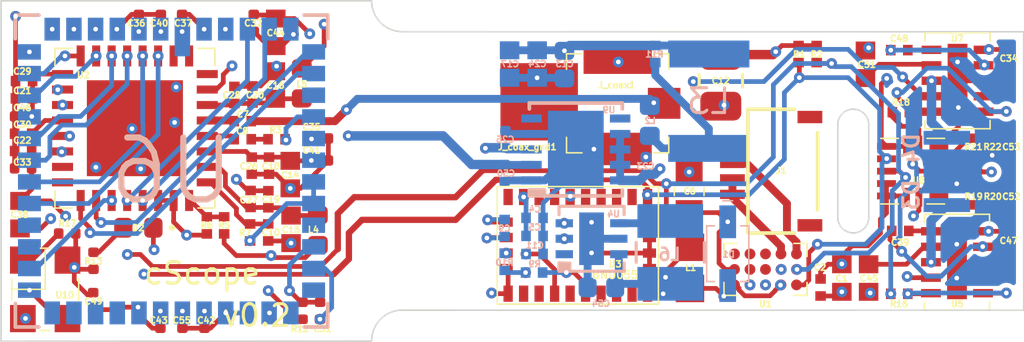
<source format=kicad_pcb>
(kicad_pcb (version 20171130) (host pcbnew "(5.1.12)-1")
  (layers (0 F.Cu signal) (1 In1.Cu power hide) (2 In2.Cu signal hide) (31 B.Cu signal) (34 B.Paste user hide) (35 F.Paste user hide) (36 B.SilkS user hide) (37 F.SilkS user hide) (38 B.Mask user hide) (39 F.Mask user hide) (44 Edge.Cuts user))
  (net 0 "")
  (net 1 GND)
  (net 2 +5V)
  (net 3 /RESET_BAR)
  (net 4 /EXTCLK)
  (net 5 /TRIGGER)
  (net 6 /STROBE)
  (net 7 /DOUT1)
  (net 8 /DOUT0)
  (net 9 +3V3)
  (net 10 "Net-(C6-Pad1)")
  (net 11 /Va)
  (net 12 /Vb)
  (net 13 "Net-(D3-PadA)")
  (net 14 /ENT1)
  (net 15 /_Wb)
  (net 16 /_Wa)
  (net 17 /CAP)
  (net 18 "Net-(D1-PadA)")
  (net 19 /EWL1)
  (net 20 /EWL2)
  (net 21 "Net-(U1-PadB3)")
  (net 22 "Net-(U1-PadB4)")
  (net 23 "Net-(U1-PadC3)")
  (net 24 "Net-(U1-PadC4)")
  (net 25 "Net-(U1-PadC5)")
  (net 26 VDDD)
  (net 27 DOUT_P)
  (net 28 PDB)
  (net 29 VDDPLL)
  (net 30 VDDCML)
  (net 31 CLK_OUT)
  (net 32 FV)
  (net 33 LV)
  (net 34 I2C_SDA)
  (net 35 I2C_SCL)
  (net 36 MODE)
  (net 37 DIN0)
  (net 38 DIN1)
  (net 39 DIN2)
  (net 40 DIN3)
  (net 41 DIN4)
  (net 42 DIN5)
  (net 43 DIN6)
  (net 44 DIN7)
  (net 45 DIN8)
  (net 46 DIN9)
  (net 47 DIN11)
  (net 48 DIN10)
  (net 49 VDDIO)
  (net 50 "Net-(C7-Pad2)")
  (net 51 "Net-(C8-Pad2)")
  (net 52 "Net-(C8-Pad1)")
  (net 53 "Net-(C39-Pad2)")
  (net 54 "Net-(C39-Pad1)")
  (net 55 "Net-(C45-Pad1)")
  (net 56 "Net-(C48-Pad2)")
  (net 57 "Net-(C48-Pad1)")
  (net 58 "Net-(C51-Pad1)")
  (net 59 "Net-(D2-Pad2)")
  (net 60 "Net-(D4-PadA)")
  (net 61 "Net-(L2-Pad2)")
  (net 62 "Net-(R9-Pad2)")
  (net 63 "Net-(R10-Pad2)")
  (net 64 "Net-(R16-Pad2)")
  (net 65 "Net-(R17-Pad2)")
  (net 66 "Net-(R18-Pad2)")
  (net 67 "Net-(U2-Pad17)")
  (net 68 "Net-(U2-Pad18)")
  (net 69 "Net-(U3-Pad27)")
  (net 70 "Net-(U3-Pad26)")
  (net 71 "Net-(U3-Pad14)")
  (net 72 "Net-(U3-Pad10)")
  (net 73 "Net-(L6-Pad1)")
  (net 74 /ENT)
  (module .Capacitor:C_0805_2012Metric_L (layer F.Cu) (at 112.0366 108.8172 270)
    (fp_text reference C12)
    (fp_text value GRM21BR61A476ME15L)
    (fp_text user %R (at 0 0 180) (layer F.SilkS) (effects (font (size 0.2 0.2) (thickness 0.05))))
    (pad 2 smd roundrect (at 0.82 0 270) (size 0.93 1.32) (layers F.Cu F.Paste F.Mask) (net 1 GND))
    (pad 1 smd roundrect (at -0.82 0 270) (size 0.93 1.32) (layers F.Cu F.Paste F.Mask) (net 9 +3V3))
  )
  (module .Package_LCC:iLCC48P70_1000X1000X135L80X40N (layer B.Cu) (at 94.31 111.734 180)
    (fp_text reference U6)
    (fp_text value MT9P031I12STM-DP)
    (fp_text user %R (at 0 0) (layer B.SilkS) (effects (font (size 2 2) (thickness 0.2)) (justify mirror)))
    (pad 18 smd rect (at -4.585 -3.85 180) (size 0.74 0.5) (layers B.Cu B.Paste B.Mask))
    (pad 17 smd rect (at -4.585 -3.15 180) (size 0.74 0.5) (layers B.Cu B.Paste B.Mask) (net 1 GND))
    (pad 16 smd rect (at -4.585 -2.45 180) (size 0.74 0.5) (layers B.Cu B.Paste B.Mask) (net 3 /RESET_BAR))
    (pad 15 smd rect (at -4.585 -1.75 180) (size 0.74 0.5) (layers B.Cu B.Paste B.Mask) (net 5 /TRIGGER))
    (pad 14 smd rect (at -4.585 -1.05 180) (size 0.74 0.5) (layers B.Cu B.Paste B.Mask) (net 49 VDDIO))
    (pad 13 smd rect (at -4.585 -0.35 180) (size 0.74 0.5) (layers B.Cu B.Paste B.Mask) (net 49 VDDIO))
    (pad 12 smd rect (at -4.585 0.35 180) (size 0.74 0.5) (layers B.Cu B.Paste B.Mask) (net 26 VDDD))
    (pad 11 smd rect (at -4.585 1.05 180) (size 0.74 0.5) (layers B.Cu B.Paste B.Mask) (net 49 VDDIO))
    (pad 10 smd rect (at -4.585 1.75 180) (size 0.74 0.5) (layers B.Cu B.Paste B.Mask) (net 1 GND))
    (pad 9 smd rect (at -4.585 2.45 180) (size 0.74 0.5) (layers B.Cu B.Paste B.Mask) (net 6 /STROBE))
    (pad 8 smd rect (at -4.585 3.15 180) (size 0.74 0.5) (layers B.Cu B.Paste B.Mask) (net 33 LV))
    (pad 7 smd rect (at -4.585 3.85 180) (size 0.74 0.5) (layers B.Cu B.Paste B.Mask) (net 32 FV))
    (pad 6 smd rect (at -3.85 4.585 90) (size 0.74 0.5) (layers B.Cu B.Paste B.Mask) (net 1 GND))
    (pad 5 smd rect (at -3.15 4.585 90) (size 0.74 0.5) (layers B.Cu B.Paste B.Mask) (net 34 I2C_SDA))
    (pad 4 smd rect (at -2.45 4.585 90) (size 0.74 0.5) (layers B.Cu B.Paste B.Mask) (net 35 I2C_SCL))
    (pad 3 smd rect (at -1.75 4.585 90) (size 0.74 0.5) (layers B.Cu B.Paste B.Mask) (net 1 GND))
    (pad 2 smd rect (at -1.05 4.585 90) (size 0.74 0.5) (layers B.Cu B.Paste B.Mask) (net 1 GND))
    (pad 1 smd rect (at -0.35 4.331 90) (size 1.248 0.5) (layers B.Cu B.Paste B.Mask) (net 49 VDDIO))
    (pad 48 smd rect (at 0.35 4.585 90) (size 0.74 0.5) (layers B.Cu B.Paste B.Mask) (net 49 VDDIO))
    (pad 47 smd rect (at 1.05 4.585 90) (size 0.74 0.5) (layers B.Cu B.Paste B.Mask) (net 26 VDDD))
    (pad 46 smd rect (at 1.75 4.585 90) (size 0.74 0.5) (layers B.Cu B.Paste B.Mask) (net 1 GND))
    (pad 45 smd rect (at 2.45 4.585 90) (size 0.74 0.5) (layers B.Cu B.Paste B.Mask) (net 46 DIN9))
    (pad 44 smd rect (at 3.15 4.585 90) (size 0.74 0.5) (layers B.Cu B.Paste B.Mask) (net 45 DIN8))
    (pad 43 smd rect (at 3.85 4.585 90) (size 0.74 0.5) (layers B.Cu B.Paste B.Mask) (net 44 DIN7))
    (pad 42 smd rect (at 4.585 3.85 180) (size 0.74 0.5) (layers B.Cu B.Paste B.Mask) (net 43 DIN6))
    (pad 41 smd rect (at 4.585 3.15 180) (size 0.74 0.5) (layers B.Cu B.Paste B.Mask) (net 42 DIN5))
    (pad 40 smd rect (at 4.585 2.45 180) (size 0.74 0.5) (layers B.Cu B.Paste B.Mask) (net 41 DIN4))
    (pad 39 smd rect (at 4.585 1.75 180) (size 0.74 0.5) (layers B.Cu B.Paste B.Mask) (net 49 VDDIO))
    (pad 38 smd rect (at 4.585 1.05 180) (size 0.74 0.5) (layers B.Cu B.Paste B.Mask) (net 40 DIN3))
    (pad 37 smd rect (at 4.585 0.35 180) (size 0.74 0.5) (layers B.Cu B.Paste B.Mask) (net 39 DIN2))
    (pad 36 smd rect (at 4.585 -0.35 180) (size 0.74 0.5) (layers B.Cu B.Paste B.Mask) (net 38 DIN1))
    (pad 35 smd rect (at 4.585 -1.05 180) (size 0.74 0.5) (layers B.Cu B.Paste B.Mask) (net 37 DIN0))
    (pad 34 smd rect (at 4.585 -1.75 180) (size 0.74 0.5) (layers B.Cu B.Paste B.Mask) (net 7 /DOUT1))
    (pad 33 smd rect (at 4.585 -2.45 180) (size 0.74 0.5) (layers B.Cu B.Paste B.Mask) (net 8 /DOUT0))
    (pad 32 smd rect (at 4.585 -3.15 180) (size 0.74 0.5) (layers B.Cu B.Paste B.Mask) (net 31 CLK_OUT))
    (pad 31 smd rect (at 4.585 -3.85 180) (size 0.74 0.5) (layers B.Cu B.Paste B.Mask) (net 4 /EXTCLK))
    (pad 30 smd rect (at 3.85 -4.585 90) (size 0.74 0.5) (layers B.Cu B.Paste B.Mask))
    (pad 29 smd rect (at 3.15 -4.585 90) (size 0.74 0.5) (layers B.Cu B.Paste B.Mask))
    (pad 28 smd rect (at 2.45 -4.585 90) (size 0.74 0.5) (layers B.Cu B.Paste B.Mask))
    (pad 27 smd rect (at 1.75 -4.585 90) (size 0.74 0.5) (layers B.Cu B.Paste B.Mask))
    (pad 26 smd rect (at 1.05 -4.585 90) (size 0.74 0.5) (layers B.Cu B.Paste B.Mask) (net 1 GND))
    (pad 25 smd rect (at 0.35 -4.585 90) (size 0.74 0.5) (layers B.Cu B.Paste B.Mask) (net 49 VDDIO))
    (pad 24 smd rect (at -0.35 -4.585 90) (size 0.74 0.5) (layers B.Cu B.Paste B.Mask) (net 49 VDDIO))
    (pad 23 smd rect (at -1.05 -4.585 90) (size 0.74 0.5) (layers B.Cu B.Paste B.Mask) (net 49 VDDIO))
    (pad 22 smd rect (at -1.75 -4.585 90) (size 0.74 0.5) (layers B.Cu B.Paste B.Mask) (net 1 GND))
    (pad 21 smd rect (at -2.45 -4.585 90) (size 0.74 0.5) (layers B.Cu B.Paste B.Mask) (net 1 GND))
    (pad 20 smd rect (at -3.15 -4.585 90) (size 0.74 0.5) (layers B.Cu B.Paste B.Mask) (net 1 GND))
    (pad 19 smd rect (at -3.85 -4.585 90) (size 0.74 0.5) (layers B.Cu B.Paste B.Mask))
  )
  (module ".Connector:FH19C-4S-0.5SH(10)" (layer F.Cu) (at 112.4112 111.7382 90)
    (fp_text reference J1 (at 0.01524 1.57358) (layer F.SilkS) (effects (font (size 0.2 0.2) (thickness 0.05))))
    (fp_text value "FH19C-4S-0.5SH(10)")
    (pad NA smd rect (at 1.75 2.5 90) (size 0.4 0.8) (layers F.Cu F.Paste F.Mask))
    (pad NA smd rect (at -1.75 2.5 90) (size 0.4 0.8) (layers F.Cu F.Paste F.Mask))
    (pad 4 smd rect (at 0.75 0 90) (size 0.3 0.8) (layers F.Cu F.Paste F.Mask) (net 20 /EWL2))
    (pad 3 smd rect (at 0.25 0 90) (size 0.3 0.8) (layers F.Cu F.Paste F.Mask) (net 20 /EWL2))
    (pad 2 smd rect (at -0.25 0 90) (size 0.3 0.8) (layers F.Cu F.Paste F.Mask) (net 19 /EWL1))
    (pad 1 smd rect (at -0.75 0 90) (size 0.3 0.8) (layers F.Cu F.Paste F.Mask) (net 19 /EWL1))
  )
  (module Capacitor:C_0201_0603Metric_L (layer F.Cu) (at 117.8266 113.6686)
    (fp_text reference C39)
    (fp_text value GRM033R61A225ME47D)
    (fp_text user %R (at -0.00388 0.37338) (layer F.SilkS) (effects (font (size 0.2 0.2) (thickness 0.05))))
    (pad 2 smd rect (at 0.275 0) (size 0.31 0.34) (layers F.Cu F.Paste F.Mask) (net 53 "Net-(C39-Pad2)"))
    (pad 1 smd rect (at -0.275 0) (size 0.31 0.34) (layers F.Cu F.Paste F.Mask) (net 54 "Net-(C39-Pad1)"))
  )
  (module .Resistor:R_0201_0603Metric_ERJ_L (layer F.Cu) (at 91.792 114.6338 270)
    (fp_text reference R13)
    (fp_text value 500)
    (fp_text user %R (at 0.01524 -0.0008 unlocked) (layer F.SilkS) (effects (font (size 0.2 0.2) (thickness 0.05))))
    (pad 2 smd roundrect (at 0.275 0 270) (size 0.31 0.34) (layers F.Cu F.Paste F.Mask) (net 49 VDDIO))
    (pad 1 smd roundrect (at -0.275 0 270) (size 0.31 0.34) (layers F.Cu F.Paste F.Mask) (net 59 "Net-(D2-Pad2)"))
  )
  (module LED_SMD:LED_0402_1005Metric (layer F.Cu) (at 93.2398 113.567 180)
    (fp_text reference D2 (at 0.00174 -0.00254) (layer F.SilkS) (effects (font (size 0.2 0.2) (thickness 0.05))))
    (fp_text value "LED 0402")
    (pad 2 smd roundrect (at 0.485 0 180) (size 0.59 0.64) (layers F.Cu F.Paste F.Mask) (net 59 "Net-(D2-Pad2)"))
    (pad 1 smd roundrect (at -0.485 0 180) (size 0.59 0.64) (layers F.Cu F.Paste F.Mask) (net 1 GND))
  )
  (module .Resistor:R_0201_0603Metric_ERJ_L (layer F.Cu) (at 98.5382 116.2488 90)
    (fp_text reference R12)
    (fp_text value 1k)
    (fp_text user %R (at -0.58464 -0.08298) (layer F.SilkS) (effects (font (size 0.2 0.2) (thickness 0.05))))
    (pad 2 smd roundrect (at 0.275 0 90) (size 0.31 0.34) (layers F.Cu F.Paste F.Mask) (net 3 /RESET_BAR))
    (pad 1 smd roundrect (at -0.275 0 90) (size 0.31 0.34) (layers F.Cu F.Paste F.Mask) (net 49 VDDIO))
  )
  (module .Capacitor:C_0201_0603Metric_L (layer F.Cu) (at 99.10218 116.2488 270)
    (fp_text reference C31)
    (fp_text value 1uF)
    (fp_text user %R (at 0.58464 -0.07694) (layer F.SilkS) (effects (font (size 0.2 0.2) (thickness 0.05))))
    (pad 2 smd roundrect (at 0.275 0 270) (size 0.31 0.34) (layers F.Cu F.Paste F.Mask) (net 1 GND))
    (pad 1 smd roundrect (at -0.275 0 270) (size 0.31 0.34) (layers F.Cu F.Paste F.Mask) (net 3 /RESET_BAR))
  )
  (module .Capacitor:C_0201_0603Metric_L (layer F.Cu) (at 89.5212 111.646 180)
    (fp_text reference C33)
    (fp_text value 1uF)
    (fp_text user %R (at 0.02456 0.19482) (layer F.SilkS) (effects (font (size 0.2 0.2) (thickness 0.05))))
    (pad 2 smd roundrect (at 0.275 0 180) (size 0.31 0.34) (layers F.Cu F.Paste F.Mask) (net 1 GND))
    (pad 1 smd roundrect (at -0.275 0 180) (size 0.31 0.34) (layers F.Cu F.Paste F.Mask) (net 26 VDDD))
  )
  (module Package_QFN:QFN_33_P50_500X500X80L40X24T310L (layer F.Cu) (at 93.128 110.3506)
    (fp_text reference U2)
    (fp_text value DS90UB913ATRTVTQ1)
    (fp_text user %R (at -1.6654 -1.71882) (layer F.SilkS) (effects (font (size 0.2 0.2) (thickness 0.05))))
    (pad 1 smd rect (at -1.75 2.335 90) (size 0.68 0.26) (layers F.Cu F.Paste F.Mask) (net 33 LV))
    (pad 2 smd rect (at -1.25 2.335 90) (size 0.68 0.26) (layers F.Cu F.Paste F.Mask) (net 32 FV))
    (pad 3 smd rect (at -0.75 2.335 90) (size 0.68 0.26) (layers F.Cu F.Paste F.Mask) (net 31 CLK_OUT))
    (pad 4 smd rect (at -0.25 2.335 90) (size 0.68 0.26) (layers F.Cu F.Paste F.Mask) (net 35 I2C_SCL))
    (pad 5 smd rect (at 0.25 2.335 90) (size 0.68 0.26) (layers F.Cu F.Paste F.Mask) (net 34 I2C_SDA))
    (pad 6 smd rect (at 0.75 2.335 90) (size 0.68 0.26) (layers F.Cu F.Paste F.Mask) (net 1 GND))
    (pad 7 smd rect (at 1.25 2.335 90) (size 0.68 0.26) (layers F.Cu F.Paste F.Mask) (net 1 GND))
    (pad 8 smd rect (at 1.75 2.335 90) (size 0.68 0.26) (layers F.Cu F.Paste F.Mask) (net 36 MODE))
    (pad 9 smd rect (at 2.335 1.75) (size 0.68 0.26) (layers F.Cu F.Paste F.Mask) (net 28 PDB))
    (pad 10 smd rect (at 2.335 1.25) (size 0.68 0.26) (layers F.Cu F.Paste F.Mask) (net 29 VDDPLL))
    (pad 11 smd rect (at 2.335 0.75) (size 0.68 0.26) (layers F.Cu F.Paste F.Mask) (net 26 VDDD))
    (pad 12 smd rect (at 2.335 0.25) (size 0.68 0.26) (layers F.Cu F.Paste F.Mask) (net 51 "Net-(C8-Pad2)"))
    (pad 13 smd rect (at 2.335 -0.25) (size 0.68 0.26) (layers F.Cu F.Paste F.Mask) (net 50 "Net-(C7-Pad2)"))
    (pad 14 smd rect (at 2.335 -0.75) (size 0.68 0.26) (layers F.Cu F.Paste F.Mask) (net 30 VDDCML))
    (pad 15 smd rect (at 2.335 -1.25) (size 0.68 0.26) (layers F.Cu F.Paste F.Mask) (net 74 /ENT))
    (pad 16 smd rect (at 2.335 -1.75) (size 0.68 0.26) (layers F.Cu F.Paste F.Mask) (net 14 /ENT1))
    (pad 17 smd rect (at 1.75 -2.335 90) (size 0.68 0.26) (layers F.Cu F.Paste F.Mask) (net 67 "Net-(U2-Pad17)"))
    (pad 18 smd rect (at 1.25 -2.335 90) (size 0.68 0.26) (layers F.Cu F.Paste F.Mask) (net 68 "Net-(U2-Pad18)"))
    (pad 19 smd rect (at 0.75 -2.335 90) (size 0.68 0.26) (layers F.Cu F.Paste F.Mask) (net 37 DIN0))
    (pad 20 smd rect (at 0.25 -2.335 90) (size 0.68 0.26) (layers F.Cu F.Paste F.Mask) (net 38 DIN1))
    (pad 21 smd rect (at -0.25 -2.335 90) (size 0.68 0.26) (layers F.Cu F.Paste F.Mask) (net 39 DIN2))
    (pad 22 smd rect (at -0.75 -2.335 90) (size 0.68 0.26) (layers F.Cu F.Paste F.Mask) (net 40 DIN3))
    (pad 23 smd rect (at -1.25 -2.335 90) (size 0.68 0.26) (layers F.Cu F.Paste F.Mask) (net 41 DIN4))
    (pad 24 smd rect (at -1.75 -2.335 90) (size 0.68 0.26) (layers F.Cu F.Paste F.Mask) (net 42 DIN5))
    (pad 25 smd rect (at -2.335 -1.75) (size 0.68 0.26) (layers F.Cu F.Paste F.Mask) (net 49 VDDIO))
    (pad 26 smd rect (at -2.335 -1.25) (size 0.68 0.26) (layers F.Cu F.Paste F.Mask) (net 43 DIN6))
    (pad 27 smd rect (at -2.335 -0.75) (size 0.68 0.26) (layers F.Cu F.Paste F.Mask) (net 44 DIN7))
    (pad 28 smd rect (at -2.335 -0.25) (size 0.68 0.26) (layers F.Cu F.Paste F.Mask) (net 26 VDDD))
    (pad 29 smd rect (at -2.335 0.25) (size 0.68 0.26) (layers F.Cu F.Paste F.Mask) (net 45 DIN8))
    (pad 30 smd rect (at -2.335 0.75) (size 0.68 0.26) (layers F.Cu F.Paste F.Mask) (net 46 DIN9))
    (pad 31 smd rect (at -2.335 1.25) (size 0.68 0.26) (layers F.Cu F.Paste F.Mask) (net 48 DIN10))
    (pad 32 smd rect (at -2.335 1.75) (size 0.68 0.26) (layers F.Cu F.Paste F.Mask) (net 47 DIN11))
    (pad 33 smd rect (at 0 0) (size 3.1 3.1) (layers F.Cu F.Paste F.Mask) (net 1 GND))
  )
  (module .Resistor:R_0201_0603Metric_ERJ_L (layer F.Cu) (at 90.9436 113.7542 180)
    (fp_text reference R17)
    (fp_text value DNL)
    (fp_text user %R (at -0.00846 0.33198) (layer F.SilkS) (effects (font (size 0.2 0.2) (thickness 0.05))))
    (pad 2 smd roundrect (at 0.275 0 180) (size 0.31 0.34) (layers F.Cu F.Paste F.Mask) (net 65 "Net-(R17-Pad2)"))
    (pad 1 smd roundrect (at -0.275 0 180) (size 0.31 0.34) (layers F.Cu F.Paste F.Mask) (net 49 VDDIO))
  )
  (module .Capacitor:C_0201_0603Metric_L (layer F.Cu) (at 91.7818 115.9386 270)
    (fp_text reference C49)
    (fp_text value 10nF)
    (fp_text user %R (at 0.0033 -0.011 unlocked) (layer F.SilkS) (effects (font (size 0.2 0.2) (thickness 0.05))))
    (pad 2 smd roundrect (at 0.275 0 270) (size 0.31 0.34) (layers F.Cu F.Paste F.Mask) (net 1 GND))
    (pad 1 smd roundrect (at -0.275 0 270) (size 0.31 0.34) (layers F.Cu F.Paste F.Mask) (net 49 VDDIO))
  )
  (module .Capacitor:C_0201_0603Metric_L (layer F.Cu) (at 94.6622 116.5388 270)
    (fp_text reference C55)
    (fp_text value 0.1uF)
    (fp_text user %R (at 0.02032 0.02206 180) (layer F.SilkS) (effects (font (size 0.2 0.2) (thickness 0.05))))
    (pad 2 smd roundrect (at 0.275 0 270) (size 0.31 0.34) (layers F.Cu F.Paste F.Mask) (net 1 GND))
    (pad 1 smd roundrect (at -0.275 0 270) (size 0.31 0.34) (layers F.Cu F.Paste F.Mask) (net 49 VDDIO))
  )
  (module .Capacitor:C_0201_0603Metric_L (layer F.Cu) (at 95.3734 116.5388 270)
    (fp_text reference C42)
    (fp_text value 0.1uF)
    (fp_text user %R (at 0.02032 -0.05922 180) (layer F.SilkS) (effects (font (size 0.2 0.2) (thickness 0.05))))
    (pad 2 smd roundrect (at 0.275 0 270) (size 0.31 0.34) (layers F.Cu F.Paste F.Mask) (net 1 GND))
    (pad 1 smd roundrect (at -0.275 0 270) (size 0.31 0.34) (layers F.Cu F.Paste F.Mask) (net 49 VDDIO))
  )
  (module .Capacitor:C_0201_0603Metric_L (layer F.Cu) (at 94.652 106.947 90)
    (fp_text reference C37)
    (fp_text value 0.1uF)
    (fp_text user %R (at -0.01092 0.0364 180) (layer F.SilkS) (effects (font (size 0.2 0.2) (thickness 0.05))))
    (pad 2 smd roundrect (at 0.275 0 90) (size 0.31 0.34) (layers F.Cu F.Paste F.Mask) (net 1 GND))
    (pad 1 smd roundrect (at -0.275 0 90) (size 0.31 0.34) (layers F.Cu F.Paste F.Mask) (net 49 VDDIO))
  )
  (module .Capacitor:C_0201_0603Metric_L (layer F.Cu) (at 96.9634 106.947 270)
    (fp_text reference C32)
    (fp_text value 1uF)
    (fp_text user %R (at 0.00838 0.0144 180) (layer F.SilkS) (effects (font (size 0.2 0.2) (thickness 0.05))))
    (pad 2 smd roundrect (at 0.275 0 270) (size 0.31 0.34) (layers F.Cu F.Paste F.Mask) (net 1 GND))
    (pad 1 smd roundrect (at -0.275 0 270) (size 0.31 0.34) (layers F.Cu F.Paste F.Mask) (net 49 VDDIO))
  )
  (module .Capacitor:C_0201_0603Metric_L (layer F.Cu) (at 89.5212 109.9696 180)
    (fp_text reference C46)
    (fp_text value 0.1uF)
    (fp_text user %R (at 0.02456 0.27864) (layer F.SilkS) (effects (font (size 0.2 0.2) (thickness 0.05))))
    (pad 2 smd roundrect (at 0.275 0 180) (size 0.31 0.34) (layers F.Cu F.Paste F.Mask) (net 1 GND))
    (pad 1 smd roundrect (at -0.275 0 180) (size 0.31 0.34) (layers F.Cu F.Paste F.Mask) (net 49 VDDIO))
  )
  (module .Capacitor:C_0201_0603Metric_L (layer F.Cu) (at 93.951 116.5388 270)
    (fp_text reference C43)
    (fp_text value 0.1uF)
    (fp_text user %R (at 0.02032 0.05762 unlocked) (layer F.SilkS) (effects (font (size 0.2 0.2) (thickness 0.05))))
    (pad 2 smd roundrect (at 0.275 0 270) (size 0.31 0.34) (layers F.Cu F.Paste F.Mask) (net 1 GND))
    (pad 1 smd roundrect (at -0.275 0 270) (size 0.31 0.34) (layers F.Cu F.Paste F.Mask) (net 49 VDDIO))
  )
  (module .Capacitor:C_0201_0603Metric_L (layer F.Cu) (at 93.9662 106.947 90)
    (fp_text reference C40)
    (fp_text value 0.1uF)
    (fp_text user %R (at -0.01092 -0.05758 180) (layer F.SilkS) (effects (font (size 0.2 0.2) (thickness 0.05))))
    (pad 2 smd roundrect (at 0.275 0 90) (size 0.31 0.34) (layers F.Cu F.Paste F.Mask) (net 1 GND))
    (pad 1 smd roundrect (at -0.275 0 90) (size 0.31 0.34) (layers F.Cu F.Paste F.Mask) (net 49 VDDIO))
  )
  (module .Capacitor:C_0201_0603Metric_L (layer F.Cu) (at 99.097 110.6808)
    (fp_text reference C35)
    (fp_text value 0.1uF)
    (fp_text user %R (at -0.2684 -0.37262) (layer F.SilkS) (effects (font (size 0.2 0.2) (thickness 0.05))))
    (pad 2 smd roundrect (at 0.275 0) (size 0.31 0.34) (layers F.Cu F.Paste F.Mask) (net 1 GND))
    (pad 1 smd roundrect (at -0.275 0) (size 0.31 0.34) (layers F.Cu F.Paste F.Mask) (net 49 VDDIO))
  )
  (module .Capacitor:C_0201_0603Metric_L (layer F.Cu) (at 99.097 111.392)
    (fp_text reference C41)
    (fp_text value 0.1uF)
    (fp_text user %R (at -0.2684 -0.3269) (layer F.SilkS) (effects (font (size 0.2 0.2) (thickness 0.05))))
    (pad 2 smd roundrect (at 0.275 0) (size 0.31 0.34) (layers F.Cu F.Paste F.Mask) (net 1 GND))
    (pad 1 smd roundrect (at -0.275 0) (size 0.31 0.34) (layers F.Cu F.Paste F.Mask) (net 26 VDDD))
  )
  (module .Capacitor:C_0201_0603Metric_L (layer F.Cu) (at 93.255 106.947 90)
    (fp_text reference C36)
    (fp_text value 0.1uF)
    (fp_text user %R (at -0.01092 -0.08298 180) (layer F.SilkS) (effects (font (size 0.2 0.2) (thickness 0.05))))
    (pad 2 smd roundrect (at 0.275 0 90) (size 0.31 0.34) (layers F.Cu F.Paste F.Mask) (net 1 GND))
    (pad 1 smd roundrect (at -0.275 0 90) (size 0.31 0.34) (layers F.Cu F.Paste F.Mask) (net 26 VDDD))
  )
  (module .Package_QFN:DFN10_3x3_11P50_300X300X100L40X24T250X180N (layer B.Cu) (at 107.3566 111.0364 90)
    (fp_text reference U9)
    (fp_text value NCV8154MW180280TBG)
    (fp_text user %R (at 1.2794 1.06812 180) (layer B.SilkS) (effects (font (size 0.2 0.2) (thickness 0.05)) (justify mirror)))
    (pad 11 smd rect (at 0 0) (size 1.8 2.5) (layers B.Cu B.Mask) (net 1 GND))
    (pad 10 smd rect (at -1 1.43) (size 0.66 0.26) (layers B.Cu B.Paste B.Mask) (net 9 +3V3))
    (pad 9 smd rect (at -0.5 1.43) (size 0.66 0.26) (layers B.Cu B.Paste B.Mask) (net 9 +3V3))
    (pad 8 smd rect (at 0 1.43) (size 0.66 0.26) (layers B.Cu B.Paste B.Mask) (net 9 +3V3))
    (pad 7 smd rect (at 0.5 1.43) (size 0.66 0.26) (layers B.Cu B.Paste B.Mask) (net 9 +3V3))
    (pad 6 smd rect (at 1 1.43) (size 0.66 0.26) (layers B.Cu B.Paste B.Mask))
    (pad 5 smd rect (at 1 -1.43) (size 0.66 0.26) (layers B.Cu B.Paste B.Mask))
    (pad 4 smd rect (at 0.5 -1.43) (size 0.66 0.26) (layers B.Cu B.Paste B.Mask) (net 1 GND))
    (pad 3 smd rect (at 0 -1.43) (size 0.66 0.26) (layers B.Cu B.Paste B.Mask) (net 49 VDDIO))
    (pad 2 smd rect (at -0.5 -1.43) (size 0.66 0.26) (layers B.Cu B.Paste B.Mask) (net 26 VDDD))
    (pad 1 smd rect (at -1 -1.43) (size 0.66 0.26) (layers B.Cu B.Paste B.Mask) (net 1 GND))
  )
  (module .Package_SON:SON_7P50_200X200X57L35X24T170X80N (layer B.Cu) (at 107.8646 113.9226 90)
    (fp_text reference U4)
    (fp_text value SC189ZULTRT)
    (fp_text user %R (at 0.8001 0.70998 180) (layer B.SilkS) (effects (font (size 0.2 0.2) (thickness 0.05)) (justify mirror)))
    (pad 7 smd rect (at 0 0) (size 0.8 1.7) (layers B.Cu B.Paste B.Mask) (net 1 GND))
    (pad 6 smd rect (at -0.5 0.88) (size 0.56 0.26) (layers B.Cu B.Paste B.Mask) (net 9 +3V3))
    (pad 5 smd rect (at 0 0.88) (size 0.56 0.26) (layers B.Cu B.Paste B.Mask) (net 1 GND))
    (pad 4 smd rect (at 0.5 0.88) (size 0.56 0.26) (layers B.Cu B.Paste B.Mask) (net 73 "Net-(L6-Pad1)"))
    (pad 3 smd rect (at 0.5 -0.88) (size 0.56 0.26) (layers B.Cu B.Paste B.Mask) (net 2 +5V))
    (pad 2 smd rect (at 0 -0.88) (size 0.56 0.26) (layers B.Cu B.Paste B.Mask) (net 2 +5V))
    (pad 1 smd rect (at -0.5 -0.88) (size 0.56 0.26) (layers B.Cu B.Paste B.Mask))
  )
  (module .Inductor:L_1008_2520Metric_L (layer B.Cu) (at 110.4046 114.3638 270)
    (fp_text reference L6)
    (fp_text value LQM2HPN1R0MG0)
    (fp_text user %R (at 0.06426 0.02408 180) (layer B.SilkS) (effects (font (size 0.4 0.4) (thickness 0.08)) (justify mirror)))
    (pad 2 smd rect (at 1.015 0 270) (size 1.09 2.12) (layers B.Cu B.Paste B.Mask) (net 9 +3V3))
    (pad 1 smd rect (at -1.015 0 270) (size 1.09 2.12) (layers B.Cu B.Paste B.Mask) (net 73 "Net-(L6-Pad1)"))
  )
  (module .Capacitor:C_0402_1005Metric_L (layer B.Cu) (at 108.1826 115.4974 180)
    (fp_text reference C54)
    (fp_text value 22uF)
    (fp_text user %R (at 0.01696 -0.51816) (layer B.SilkS) (effects (font (size 0.2 0.2) (thickness 0.05)) (justify mirror)))
    (pad 2 smd roundrect (at 0.445 0 180) (size 0.58 0.63) (layers B.Cu B.Paste B.Mask) (net 1 GND))
    (pad 1 smd roundrect (at -0.445 0 180) (size 0.58 0.63) (layers B.Cu B.Paste B.Mask) (net 9 +3V3))
  )
  (module .Capacitor:C_0201_0603Metric_L (layer B.Cu) (at 105.0604 111.7984 270)
    (fp_text reference C50)
    (fp_text value 1uF)
    (fp_text user %R (at 0.0127 -0.04324) (layer B.SilkS) (effects (font (size 0.2 0.2) (thickness 0.05)) (justify mirror)))
    (pad 2 smd roundrect (at 0.275 0 270) (size 0.31 0.34) (layers B.Cu B.Paste B.Mask) (net 1 GND))
    (pad 1 smd roundrect (at -0.275 0 270) (size 0.31 0.34) (layers B.Cu B.Paste B.Mask) (net 26 VDDD))
  )
  (module .Capacitor:C_0201_0603Metric_L (layer B.Cu) (at 105.0858 110.7062 90)
    (fp_text reference C25)
    (fp_text value 1uF)
    (fp_text user %R (at -0.01016 -0.00566 180) (layer B.SilkS) (effects (font (size 0.2 0.2) (thickness 0.05)) (justify mirror)))
    (pad 2 smd roundrect (at 0.275 0 90) (size 0.31 0.34) (layers B.Cu B.Paste B.Mask) (net 1 GND))
    (pad 1 smd roundrect (at -0.275 0 90) (size 0.31 0.34) (layers B.Cu B.Paste B.Mask) (net 49 VDDIO))
  )
  (module .Capacitor:C_0201_0603Metric_L (layer B.Cu) (at 109.6172 111.5604 90)
    (fp_text reference C23)
    (fp_text value 1uF)
    (fp_text user %R (at -0.02032 -0.00884 180) (layer B.SilkS) (effects (font (size 0.2 0.2) (thickness 0.05)) (justify mirror)))
    (pad 2 smd roundrect (at 0.275 0 90) (size 0.31 0.34) (layers B.Cu B.Paste B.Mask) (net 1 GND))
    (pad 1 smd roundrect (at -0.275 0 90) (size 0.31 0.34) (layers B.Cu B.Paste B.Mask) (net 9 +3V3))
  )
  (module .Capacitor:C_0402_1005Metric_L (layer B.Cu) (at 106.9908 108.2932 270)
    (fp_text reference C13)
    (fp_text value 10uF)
    (fp_text user %R (at -0.0221 -0.00644 180) (layer B.SilkS) (effects (font (size 0.2 0.2) (thickness 0.05)) (justify mirror)))
    (pad 2 smd roundrect (at 0.445 0 270) (size 0.58 0.63) (layers B.Cu B.Paste B.Mask) (net 1 GND))
    (pad 1 smd roundrect (at -0.445 0 270) (size 0.58 0.63) (layers B.Cu B.Paste B.Mask) (net 2 +5V))
  )
  (module Inductor_SMD:L_0402_1005Metric (layer B.Cu) (at 109.7442 110.1126 270)
    (fp_text reference L2 (at -0.00762 -0.01402 180) (layer B.SilkS) (effects (font (size 0.2 0.2) (thickness 0.05)) (justify mirror)))
    (fp_text value BLM15HD102SN1D)
    (pad 1 smd roundrect (at -0.485 0 270) (size 0.59 0.64) (layers B.Cu B.Paste B.Mask) (net 27 DOUT_P))
    (pad 2 smd roundrect (at 0.485 0 270) (size 0.59 0.64) (layers B.Cu B.Paste B.Mask) (net 61 "Net-(L2-Pad2)"))
  )
  (module BNO055:LGA28R50P4X10_380X520X100 (layer F.Cu) (at 107.4226 114.1352)
    (fp_text reference U3 (at 1.2065 0.60782) (layer F.SilkS) (effects (font (size 0.2 0.2) (thickness 0.05))))
    (fp_text value BNO055 (at 1.2065 0.95504 180) (layer F.SilkS) (effects (font (size 0.25 0.25) (thickness 0.05))))
    (pad 28 smd rect (at -1.75 -1.5625 180) (size 0.3 0.525) (layers F.Cu F.Paste F.Mask) (net 9 +3V3))
    (pad 27 smd rect (at -1.25 -1.5625 180) (size 0.3 0.525) (layers F.Cu F.Paste F.Mask) (net 69 "Net-(U3-Pad27)"))
    (pad 26 smd rect (at -0.75 -1.5625 180) (size 0.3 0.525) (layers F.Cu F.Paste F.Mask) (net 70 "Net-(U3-Pad26)"))
    (pad 25 smd rect (at -0.25 -1.5625 180) (size 0.3 0.525) (layers F.Cu F.Paste F.Mask) (net 1 GND))
    (pad 24 smd rect (at 0.25 -1.5625 180) (size 0.3 0.525) (layers F.Cu F.Paste F.Mask))
    (pad 23 smd rect (at 0.75 -1.5625 180) (size 0.3 0.525) (layers F.Cu F.Paste F.Mask))
    (pad 22 smd rect (at 1.25 -1.5625 180) (size 0.3 0.525) (layers F.Cu F.Paste F.Mask))
    (pad 21 smd rect (at 1.75 -1.5625 180) (size 0.3 0.525) (layers F.Cu F.Paste F.Mask))
    (pad 20 smd rect (at 2.25 -1.5625 180) (size 0.3 0.525) (layers F.Cu F.Paste F.Mask) (net 34 I2C_SDA))
    (pad 19 smd rect (at 2.3125 -0.75 270) (size 0.3 0.425) (layers F.Cu F.Paste F.Mask) (net 35 I2C_SCL))
    (pad 18 smd rect (at 2.3125 -0.25 270) (size 0.3 0.425) (layers F.Cu F.Paste F.Mask) (net 1 GND))
    (pad 17 smd rect (at 2.3125 0.25 270) (size 0.3 0.425) (layers F.Cu F.Paste F.Mask) (net 1 GND))
    (pad 16 smd rect (at 2.3125 0.75 270) (size 0.3 0.425) (layers F.Cu F.Paste F.Mask) (net 1 GND))
    (pad 15 smd rect (at 2.25 1.5625 180) (size 0.3 0.525) (layers F.Cu F.Paste F.Mask) (net 1 GND))
    (pad 14 smd rect (at 1.75 1.5625 180) (size 0.3 0.525) (layers F.Cu F.Paste F.Mask) (net 71 "Net-(U3-Pad14)"))
    (pad 13 smd rect (at 1.25 1.5625 180) (size 0.3 0.525) (layers F.Cu F.Paste F.Mask))
    (pad 12 smd rect (at 0.75 1.5625 180) (size 0.3 0.525) (layers F.Cu F.Paste F.Mask))
    (pad 11 smd rect (at 0.25 1.5625 180) (size 0.3 0.525) (layers F.Cu F.Paste F.Mask) (net 62 "Net-(R9-Pad2)"))
    (pad 10 smd rect (at -0.25 1.5625 180) (size 0.3 0.525) (layers F.Cu F.Paste F.Mask) (net 72 "Net-(U3-Pad10)"))
    (pad 9 smd rect (at -0.75 1.5625 180) (size 0.3 0.525) (layers F.Cu F.Paste F.Mask) (net 17 /CAP))
    (pad 8 smd rect (at -1.25 1.5625 180) (size 0.3 0.525) (layers F.Cu F.Paste F.Mask))
    (pad 7 smd rect (at -1.75 1.5625 180) (size 0.3 0.525) (layers F.Cu F.Paste F.Mask))
    (pad 6 smd rect (at -2.25 1.5625 180) (size 0.3 0.525) (layers F.Cu F.Paste F.Mask) (net 1 GND))
    (pad 5 smd rect (at -2.3125 0.75 270) (size 0.3 0.425) (layers F.Cu F.Paste F.Mask) (net 1 GND))
    (pad 4 smd rect (at -2.3125 0.25 270) (size 0.3 0.425) (layers F.Cu F.Paste F.Mask) (net 63 "Net-(R10-Pad2)"))
    (pad 3 smd rect (at -2.3125 -0.25 270) (size 0.3 0.425) (layers F.Cu F.Paste F.Mask) (net 9 +3V3))
    (pad 2 smd rect (at -2.3125 -0.75 270) (size 0.3 0.425) (layers F.Cu F.Paste F.Mask) (net 1 GND))
    (pad 1 smd rect (at -2.25 -1.5625 180) (size 0.3 0.525) (layers F.Cu F.Paste F.Mask))
  )
  (module .Resistor:R_0201_0603Metric_ERJ_L (layer B.Cu) (at 109.922 107.9536 270)
    (fp_text reference R11)
    (fp_text value ERJ-1GNF1801C)
    (fp_text user %R (at 0.00508 0.02916 180) (layer B.SilkS) (effects (font (size 0.2 0.2) (thickness 0.05)) (justify mirror)))
    (pad 1 smd rect (at -0.275 0 270) (size 0.31 0.34) (layers B.Cu B.Paste B.Mask) (net 2 +5V))
    (pad 2 smd rect (at 0.275 0 270) (size 0.31 0.34) (layers B.Cu B.Paste B.Mask) (net 61 "Net-(L2-Pad2)"))
  )
  (module .Inductor:L_1210_3225Metric_L (layer B.Cu) (at 111.6492 109.4776 90)
    (fp_text reference L3)
    (fp_text value ADL3225V-470MT-TL000)
    (fp_text user %R (at 0 -0.00762) (layer B.SilkS) (effects (font (size 0.8 0.8) (thickness 0.1)) (justify mirror)))
    (pad 2 smd rect (at 1.525 0 90) (size 0.87 2.62) (layers B.Cu B.Paste B.Mask) (net 2 +5V))
    (pad 1 smd rect (at -1.525 0 90) (size 0.87 2.62) (layers B.Cu B.Paste B.Mask) (net 61 "Net-(L2-Pad2)"))
  )
  (module .Capacitor:C_0402_1005Metric_L (layer B.Cu) (at 105.22048 108.2761 270)
    (fp_text reference C17)
    (fp_text value GRM155R60J106ME15D)
    (fp_text user %R (at -0.00254 -0.01146) (layer B.SilkS) (effects (font (size 0.2 0.2) (thickness 0.05)) (justify mirror)))
    (pad 2 smd rect (at 0.445 0 270) (size 0.58 0.63) (layers B.Cu B.Paste B.Mask) (net 1 GND))
    (pad 1 smd rect (at -0.445 0 270) (size 0.58 0.63) (layers B.Cu B.Paste B.Mask) (net 2 +5V))
  )
  (module .Capacitor:C_0402_1005Metric_L (layer F.Cu) (at 97.6594 108.9536 90)
    (fp_text reference C16)
    (fp_text value GRM155R60J106ME15D)
    (fp_text user %R (at -0.01346 0.00508) (layer F.SilkS) (effects (font (size 0.2 0.2) (thickness 0.05))))
    (pad 2 smd rect (at 0.445 0 90) (size 0.58 0.63) (layers F.Cu F.Paste F.Mask) (net 1 GND))
    (pad 1 smd rect (at -0.445 0 90) (size 0.58 0.63) (layers F.Cu F.Paste F.Mask) (net 30 VDDCML))
  )
  (module .Capacitor:C_0402_1005Metric_L (layer B.Cu) (at 106.10948 108.2761 270)
    (fp_text reference C24)
    (fp_text value GRM155R60J106ME15D)
    (fp_text user %R (at -0.005 -0.00892) (layer B.SilkS) (effects (font (size 0.2 0.2) (thickness 0.05)) (justify mirror)))
    (pad 1 smd rect (at -0.445 0 270) (size 0.58 0.63) (layers B.Cu B.Paste B.Mask) (net 2 +5V))
    (pad 2 smd rect (at 0.445 0 270) (size 0.58 0.63) (layers B.Cu B.Paste B.Mask) (net 1 GND))
  )
  (module .Capacitor:C_0402_1005Metric_L (layer F.Cu) (at 98.142 111.8492 270)
    (fp_text reference C14)
    (fp_text value GRM155R60J475ME87D)
    (fp_text user %R (at 0.01092 0.00174 180) (layer F.SilkS) (effects (font (size 0.2 0.2) (thickness 0.05))))
    (pad 1 smd rect (at -0.445 0 270) (size 0.58 0.63) (layers F.Cu F.Paste F.Mask) (net 26 VDDD))
    (pad 2 smd rect (at 0.445 0 270) (size 0.58 0.63) (layers F.Cu F.Paste F.Mask) (net 1 GND))
  )
  (module .Capacitor:C_0201_0603Metric_L (layer F.Cu) (at 97.4562 111.5604 270)
    (fp_text reference C18)
    (fp_text value GRM033R61A104ME15D)
    (fp_text user %R (at 0.01778 -0.05922 180) (layer F.SilkS) (effects (font (size 0.2 0.2) (thickness 0.05))))
    (pad 2 smd rect (at 0.275 0 270) (size 0.31 0.34) (layers F.Cu F.Paste F.Mask) (net 1 GND))
    (pad 1 smd rect (at -0.275 0 270) (size 0.31 0.34) (layers F.Cu F.Paste F.Mask) (net 26 VDDD))
  )
  (module .Capacitor:C_0201_0603Metric_L (layer F.Cu) (at 96.8974 111.5604 270)
    (fp_text reference C26)
    (fp_text value GRM033R71A103KA01D)
    (fp_text user %R (at 0.02032 0.094312 180) (layer F.SilkS) (effects (font (size 0.2 0.2) (thickness 0.05))))
    (pad 1 smd rect (at -0.275 0 270) (size 0.31 0.34) (layers F.Cu F.Paste F.Mask) (net 26 VDDD))
    (pad 2 smd rect (at 0.275 0 270) (size 0.31 0.34) (layers F.Cu F.Paste F.Mask) (net 1 GND))
  )
  (module .Capacitor:C_0201_0603Metric_L (layer F.Cu) (at 89.5466 109.3854 180)
    (fp_text reference C21)
    (fp_text value GRM033R61A104ME15D)
    (fp_text user %R (at 0.04996 0.24562 180) (layer F.SilkS) (effects (font (size 0.2 0.2) (thickness 0.05))))
    (pad 2 smd rect (at 0.275 0 180) (size 0.31 0.34) (layers F.Cu F.Paste F.Mask) (net 1 GND))
    (pad 1 smd rect (at -0.275 0 180) (size 0.31 0.34) (layers F.Cu F.Paste F.Mask) (net 49 VDDIO))
  )
  (module .Capacitor:C_0201_0603Metric_L (layer F.Cu) (at 89.551 108.8266 180)
    (fp_text reference C29)
    (fp_text value GRM033R71A103KA01D)
    (fp_text user %R (at 0.05436 0.3142 180) (layer F.SilkS) (effects (font (size 0.2 0.2) (thickness 0.05))))
    (pad 1 smd rect (at -0.275 0 180) (size 0.31 0.34) (layers F.Cu F.Paste F.Mask) (net 49 VDDIO))
    (pad 2 smd rect (at 0.275 0 180) (size 0.31 0.34) (layers F.Cu F.Paste F.Mask) (net 1 GND))
  )
  (module .Capacitor:C_0402_1005Metric_L (layer F.Cu) (at 98.1674 113.6178 270)
    (fp_text reference C15)
    (fp_text value GRM155R60J475ME87D)
    (fp_text user %R (at 0.0127 -0.0008 180) (layer F.SilkS) (effects (font (size 0.2 0.2) (thickness 0.05))))
    (pad 1 smd rect (at -0.445 0 270) (size 0.58 0.63) (layers F.Cu F.Paste F.Mask) (net 29 VDDPLL))
    (pad 2 smd rect (at 0.445 0 270) (size 0.58 0.63) (layers F.Cu F.Paste F.Mask) (net 1 GND))
  )
  (module .Capacitor:C_0201_0603Metric_L (layer F.Cu) (at 97.4358 112.646 90)
    (fp_text reference C19)
    (fp_text value GRM033R61A104ME15D)
    (fp_text user %R (at -0.0066 0.07962 180) (layer F.SilkS) (effects (font (size 0.2 0.2) (thickness 0.05))))
    (pad 2 smd rect (at 0.275 0 90) (size 0.31 0.34) (layers F.Cu F.Paste F.Mask) (net 1 GND))
    (pad 1 smd rect (at -0.275 0 90) (size 0.31 0.34) (layers F.Cu F.Paste F.Mask) (net 29 VDDPLL))
  )
  (module .Capacitor:C_0201_0603Metric_L (layer F.Cu) (at 96.8618 112.6366 90)
    (fp_text reference C27)
    (fp_text value GRM033R71A103KA01D)
    (fp_text user %R (at -0.03378 -0.058712 180) (layer F.SilkS) (effects (font (size 0.2 0.2) (thickness 0.05))))
    (pad 1 smd rect (at -0.275 0 90) (size 0.31 0.34) (layers F.Cu F.Paste F.Mask) (net 29 VDDPLL))
    (pad 2 smd rect (at 0.275 0 90) (size 0.31 0.34) (layers F.Cu F.Paste F.Mask) (net 1 GND))
  )
  (module .Capacitor:C_0201_0603Metric_L (layer F.Cu) (at 96.9228 109.2584 90)
    (fp_text reference C20)
    (fp_text value GRM033R61A104ME15D)
    (fp_text user %R (at -0.02362 0.08208) (layer F.SilkS) (effects (font (size 0.2 0.2) (thickness 0.05))))
    (pad 2 smd rect (at 0.275 0 90) (size 0.31 0.34) (layers F.Cu F.Paste F.Mask) (net 1 GND))
    (pad 1 smd rect (at -0.275 0 90) (size 0.31 0.34) (layers F.Cu F.Paste F.Mask) (net 30 VDDCML))
  )
  (module .Capacitor:C_0201_0603Metric_L (layer F.Cu) (at 96.3386 109.2744 90)
    (fp_text reference C28)
    (fp_text value GRM033R71A103KA01D)
    (fp_text user %R (at -0.00762 -0.0881) (layer F.SilkS) (effects (font (size 0.2 0.2) (thickness 0.05))))
    (pad 1 smd rect (at -0.275 0 90) (size 0.31 0.34) (layers F.Cu F.Paste F.Mask) (net 30 VDDCML))
    (pad 2 smd rect (at 0.275 0 90) (size 0.31 0.34) (layers F.Cu F.Paste F.Mask) (net 1 GND))
  )
  (module .Capacitor:C_0201_0603Metric_L (layer F.Cu) (at 89.5212 111.0872 180)
    (fp_text reference C22)
    (fp_text value GRM033R61A104ME15D)
    (fp_text user %R (at 0.02456 0.3429) (layer F.SilkS) (effects (font (size 0.2 0.2) (thickness 0.05))))
    (pad 2 smd rect (at 0.275 0 180) (size 0.31 0.34) (layers F.Cu F.Paste F.Mask) (net 1 GND))
    (pad 1 smd rect (at -0.275 0 180) (size 0.31 0.34) (layers F.Cu F.Paste F.Mask) (net 26 VDDD))
  )
  (module .Capacitor:C_0201_0603Metric_L (layer F.Cu) (at 89.5212 110.5284 180)
    (fp_text reference C30)
    (fp_text value GRM033R71A103KA01D)
    (fp_text user %R (at 0.02456 0.29642 180) (layer F.SilkS) (effects (font (size 0.2 0.2) (thickness 0.05))))
    (pad 1 smd rect (at -0.275 0 180) (size 0.31 0.34) (layers F.Cu F.Paste F.Mask) (net 26 VDDD))
    (pad 2 smd rect (at 0.275 0 180) (size 0.31 0.34) (layers F.Cu F.Paste F.Mask) (net 1 GND))
  )
  (module Inductor_SMD:L_0402_1005Metric (layer F.Cu) (at 99.031 113.6432 270)
    (fp_text reference L4 (at -0.0127 0.14144 180) (layer F.SilkS) (effects (font (size 0.2 0.2) (thickness 0.05))))
    (fp_text value BLM15HD102SN1D)
    (pad 2 smd roundrect (at 0.485 0 270) (size 0.59 0.64) (layers F.Cu F.Paste F.Mask) (net 26 VDDD))
    (pad 1 smd roundrect (at -0.485 0 270) (size 0.59 0.64) (layers F.Cu F.Paste F.Mask) (net 29 VDDPLL))
  )
  (module Inductor_SMD:L_0402_1005Metric (layer F.Cu) (at 98.5128 108.9028 90)
    (fp_text reference L5 (at -0.02108 0.00592) (layer F.SilkS) (effects (font (size 0.2 0.2) (thickness 0.05))))
    (fp_text value BLM15HD102SN1D)
    (pad 1 smd roundrect (at -0.485 0 90) (size 0.59 0.64) (layers F.Cu F.Paste F.Mask) (net 30 VDDCML))
    (pad 2 smd roundrect (at 0.485 0 90) (size 0.59 0.64) (layers F.Cu F.Paste F.Mask) (net 26 VDDD))
  )
  (module .Package_BGA:BGA_15_NP50_3X5_155X255X69B31N (layer F.Cu) (at 113.478 114.9132 180)
    (fp_text reference U1)
    (fp_text value MAX14574EWL+)
    (fp_text user %R (at 0.0035 -1.11356) (layer F.SilkS) (effects (font (size 0.2 0.2) (thickness 0.05))))
    (pad A1 smd circle (at -1 -0.5 180) (size 0.35 0.35) (layers F.Cu F.Paste F.Mask) (net 34 I2C_SDA))
    (pad A2 smd circle (at -0.5 -0.5 180) (size 0.35 0.35) (layers F.Cu F.Paste F.Mask) (net 1 GND))
    (pad A3 smd circle (at 0 -0.5 180) (size 0.35 0.35) (layers F.Cu F.Paste F.Mask) (net 9 +3V3))
    (pad A4 smd circle (at 0.5 -0.5 180) (size 0.35 0.35) (layers F.Cu F.Paste F.Mask) (net 18 "Net-(D1-PadA)"))
    (pad A5 smd circle (at 1 -0.5 180) (size 0.35 0.35) (layers F.Cu F.Paste F.Mask) (net 1 GND))
    (pad B1 smd circle (at -1 0 180) (size 0.35 0.35) (layers F.Cu F.Paste F.Mask) (net 35 I2C_SCL))
    (pad B2 smd circle (at -0.5 0 180) (size 0.35 0.35) (layers F.Cu F.Paste F.Mask) (net 9 +3V3))
    (pad B3 smd circle (at 0 0 180) (size 0.35 0.35) (layers F.Cu F.Paste F.Mask) (net 21 "Net-(U1-PadB3)"))
    (pad B4 smd circle (at 0.5 0 180) (size 0.35 0.35) (layers F.Cu F.Paste F.Mask) (net 22 "Net-(U1-PadB4)"))
    (pad B5 smd circle (at 1 0 180) (size 0.35 0.35) (layers F.Cu F.Paste F.Mask) (net 10 "Net-(C6-Pad1)"))
    (pad C1 smd circle (at -1 0.5 180) (size 0.35 0.35) (layers F.Cu F.Paste F.Mask) (net 20 /EWL2))
    (pad C2 smd circle (at -0.5 0.5 180) (size 0.35 0.35) (layers F.Cu F.Paste F.Mask) (net 19 /EWL1))
    (pad C3 smd circle (at 0 0.5 180) (size 0.35 0.35) (layers F.Cu F.Paste F.Mask) (net 23 "Net-(U1-PadC3)"))
    (pad C4 smd circle (at 0.5 0.5 180) (size 0.35 0.35) (layers F.Cu F.Paste F.Mask) (net 24 "Net-(U1-PadC4)"))
    (pad C5 smd circle (at 1 0.5 180) (size 0.35 0.35) (layers F.Cu F.Paste F.Mask) (net 25 "Net-(U1-PadC5)"))
  )
  (module Capacitor:C_0402_1005Metric_L (layer F.Cu) (at 115.9418 115.1926 90)
    (fp_text reference C1)
    (fp_text value GRM155R60J475ME87D)
    (fp_text user %R (at -0.01016 -0.0063 180) (layer F.SilkS) (effects (font (size 0.2 0.2) (thickness 0.05))))
    (pad 2 smd rect (at 0.445 0 90) (size 0.58 0.63) (layers F.Cu F.Paste F.Mask) (net 1 GND))
    (pad 1 smd rect (at -0.445 0 90) (size 0.58 0.63) (layers F.Cu F.Paste F.Mask) (net 9 +3V3))
  )
  (module Capacitor:C_0201_0603Metric_L (layer F.Cu) (at 115.256 115.4974 90)
    (fp_text reference C2)
    (fp_text value GRM033R61A104ME15D)
    (fp_text user %R (at 0.6477 -0.01646 180) (layer F.SilkS) (effects (font (size 0.2 0.2) (thickness 0.05))))
    (pad 1 smd rect (at -0.275 0 90) (size 0.31 0.34) (layers F.Cu F.Paste F.Mask) (net 9 +3V3))
    (pad 2 smd rect (at 0.275 0 90) (size 0.31 0.34) (layers F.Cu F.Paste F.Mask) (net 1 GND))
  )
  (module Capacitor:C_0201_0603Metric_L (layer B.Cu) (at 106.0256 113.2462)
    (fp_text reference C4)
    (fp_text value GRM033R71A103KA01D)
    (fp_text user %R (at 0.00508 -0.2794) (layer B.SilkS) (effects (font (size 0.2 0.2) (thickness 0.05)) (justify mirror)))
    (pad 1 smd rect (at -0.275 0) (size 0.31 0.34) (layers B.Cu B.Paste B.Mask) (net 9 +3V3))
    (pad 2 smd rect (at 0.275 0) (size 0.31 0.34) (layers B.Cu B.Paste B.Mask) (net 1 GND))
  )
  (module Capacitor:C_0201_0603Metric_L (layer B.Cu) (at 106.0256 113.8304)
    (fp_text reference C5)
    (fp_text value GRM033R61A104ME15D)
    (fp_text user %R (at 0.00508 -0.2794) (layer B.SilkS) (effects (font (size 0.2 0.2) (thickness 0.05)) (justify mirror)))
    (pad 1 smd rect (at -0.275 0) (size 0.31 0.34) (layers B.Cu B.Paste B.Mask) (net 9 +3V3))
    (pad 2 smd rect (at 0.275 0) (size 0.31 0.34) (layers B.Cu B.Paste B.Mask) (net 1 GND))
  )
  (module Capacitor:C_0603_1608Metric_L (layer F.Cu) (at 111.0142 112.3986 90)
    (fp_text reference C6)
    (fp_text value GRJ188R72A104KE11D)
    (fp_text user %R (at 0.0127 0.01656 180) (layer F.SilkS) (effects (font (size 0.2 0.2) (thickness 0.05))))
    (pad 1 smd rect (at -0.68 0 90) (size 0.81 0.87) (layers F.Cu F.Paste F.Mask) (net 10 "Net-(C6-Pad1)"))
    (pad 2 smd rect (at 0.68 0 90) (size 0.81 0.87) (layers F.Cu F.Paste F.Mask) (net 1 GND))
  )
  (module Capacitor:C_0201_0603Metric_L (layer F.Cu) (at 96.6078 110.122 180)
    (fp_text reference C7)
    (fp_text value GRM033R61A104ME15D)
    (fp_text user %R (at -0.00084 0.22276) (layer F.SilkS) (effects (font (size 0.2 0.2) (thickness 0.05))))
    (pad 2 smd rect (at 0.275 0 180) (size 0.31 0.34) (layers F.Cu F.Paste F.Mask) (net 50 "Net-(C7-Pad2)"))
    (pad 1 smd rect (at -0.275 0 180) (size 0.31 0.34) (layers F.Cu F.Paste F.Mask) (net 27 DOUT_P))
  )
  (module Capacitor:C_0201_0603Metric_L (layer F.Cu) (at 96.6078 110.7062 180)
    (fp_text reference C8)
    (fp_text value GRM033R61C473KE84D)
    (fp_text user %R (at 0.0144 0.2634) (layer F.SilkS) (effects (font (size 0.2 0.2) (thickness 0.05))))
    (pad 2 smd rect (at 0.275 0 180) (size 0.31 0.34) (layers F.Cu F.Paste F.Mask) (net 51 "Net-(C8-Pad2)"))
    (pad 1 smd rect (at -0.275 0 180) (size 0.31 0.34) (layers F.Cu F.Paste F.Mask) (net 52 "Net-(C8-Pad1)"))
  )
  (module Capacitor:C_0201_0603Metric_L (layer B.Cu) (at 105.0604 113.5764 270)
    (fp_text reference C9)
    (fp_text value GRM033R61A104ME15D)
    (fp_text user %R (at 0.01346 0.00626) (layer B.SilkS) (effects (font (size 0.2 0.2) (thickness 0.05)) (justify mirror)))
    (pad 1 smd rect (at -0.275 0 270) (size 0.31 0.34) (layers B.Cu B.Paste B.Mask) (net 1 GND))
    (pad 2 smd rect (at 0.275 0 270) (size 0.31 0.34) (layers B.Cu B.Paste B.Mask) (net 9 +3V3))
  )
  (module Resistor:R_0201_0603Metric_ERJ_L (layer F.Cu) (at 97.4308 113.7194 270)
    (fp_text reference C10)
    (fp_text value GRM033R61A105ME15D)
    (fp_text user %R (at -0.000001 -0.08462 180) (layer F.SilkS) (effects (font (size 0.2 0.2) (thickness 0.05))))
    (pad 2 smd rect (at 0.275 0 270) (size 0.31 0.34) (layers F.Cu F.Paste F.Mask) (net 1 GND))
    (pad 1 smd rect (at -0.275 0 270) (size 0.31 0.34) (layers F.Cu F.Paste F.Mask) (net 28 PDB))
  )
  (module Capacitor:C_0201_0603Metric_L (layer B.Cu) (at 106.0256 114.4146 180)
    (fp_text reference C11)
    (fp_text value GRM033R61A104ME15D)
    (fp_text user %R (at -0.00508 0.2794 180) (layer B.SilkS) (effects (font (size 0.2 0.2) (thickness 0.05)) (justify mirror)))
    (pad 2 smd rect (at 0.275 0 180) (size 0.31 0.34) (layers B.Cu B.Paste B.Mask) (net 17 /CAP))
    (pad 1 smd rect (at -0.275 0 180) (size 0.31 0.34) (layers B.Cu B.Paste B.Mask) (net 1 GND))
  )
  (module Capacitor:C_0201_0603Metric_L (layer F.Cu) (at 121.3266 108.0806 270)
    (fp_text reference C34)
    (fp_text value GRM033R61A225ME47D)
    (fp_text user %R (at 0.01524 -0.00132 180) (layer F.SilkS) (effects (font (size 0.2 0.2) (thickness 0.05))))
    (pad 1 smd rect (at -0.275 0 270) (size 0.31 0.34) (layers F.Cu F.Paste F.Mask) (net 9 +3V3))
    (pad 2 smd rect (at 0.275 0 270) (size 0.31 0.34) (layers F.Cu F.Paste F.Mask) (net 1 GND))
  )
  (module Capacitor:C_0402_1005Metric_L (layer F.Cu) (at 89.4196 113.1446 270)
    (fp_text reference C38)
    (fp_text value 10uF)
    (fp_text user %R (at -0.00178 0.0144 180) (layer F.SilkS) (effects (font (size 0.2 0.2) (thickness 0.05))))
    (pad 1 smd rect (at -0.445 0 270) (size 0.58 0.63) (layers F.Cu F.Paste F.Mask) (net 26 VDDD))
    (pad 2 smd rect (at 0.445 0 270) (size 0.58 0.63) (layers F.Cu F.Paste F.Mask) (net 1 GND))
  )
  (module Capacitor:C_0402_1005Metric_L (layer F.Cu) (at 97.6746 107.2518 270)
    (fp_text reference C44)
    (fp_text value GRM155R60J106ME15D)
    (fp_text user %R (at 0.01854 -0.00084 180) (layer F.SilkS) (effects (font (size 0.2 0.2) (thickness 0.05))))
    (pad 1 smd rect (at -0.445 0 270) (size 0.58 0.63) (layers F.Cu F.Paste F.Mask) (net 49 VDDIO))
    (pad 2 smd rect (at 0.445 0 270) (size 0.58 0.63) (layers F.Cu F.Paste F.Mask) (net 1 GND))
  )
  (module Capacitor:C_0402_1005Metric_L (layer F.Cu) (at 116.8054 115.1926 270)
    (fp_text reference C45)
    (fp_text value GRM155R60J475ME87D)
    (fp_text user %R (at 0.01016 -0.01656 180) (layer F.SilkS) (effects (font (size 0.2 0.2) (thickness 0.05))))
    (pad 1 smd rect (at -0.445 0 270) (size 0.58 0.63) (layers F.Cu F.Paste F.Mask) (net 55 "Net-(C45-Pad1)"))
    (pad 2 smd rect (at 0.445 0 270) (size 0.58 0.63) (layers F.Cu F.Paste F.Mask) (net 1 GND))
  )
  (module Capacitor:C_0201_0603Metric_L (layer F.Cu) (at 121.3266 113.9734 270)
    (fp_text reference C47)
    (fp_text value GRM033R61A225ME47D)
    (fp_text user %R (at 0.0127 -0.00132) (layer F.SilkS) (effects (font (size 0.2 0.2) (thickness 0.05))))
    (pad 1 smd rect (at -0.275 0 270) (size 0.31 0.34) (layers F.Cu F.Paste F.Mask) (net 9 +3V3))
    (pad 2 smd rect (at 0.275 0 270) (size 0.31 0.34) (layers F.Cu F.Paste F.Mask) (net 1 GND))
  )
  (module Capacitor:C_0201_0603Metric_L (layer F.Cu) (at 117.796 107.8266)
    (fp_text reference C48)
    (fp_text value GRM033R61A225ME47D)
    (fp_text user %R (at -0.00376 -0.37338) (layer F.SilkS) (effects (font (size 0.2 0.2) (thickness 0.05))))
    (pad 2 smd rect (at 0.275 0) (size 0.31 0.34) (layers F.Cu F.Paste F.Mask) (net 56 "Net-(C48-Pad2)"))
    (pad 1 smd rect (at -0.275 0) (size 0.31 0.34) (layers F.Cu F.Paste F.Mask) (net 57 "Net-(C48-Pad1)"))
  )
  (module Capacitor:C_0402_1005Metric_L (layer F.Cu) (at 116.7038 108.2838 90)
    (fp_text reference C51)
    (fp_text value GRM155R60J475ME87D)
    (fp_text user %R (at -0.01016 0.04196) (layer F.SilkS) (effects (font (size 0.2 0.2) (thickness 0.05))))
    (pad 1 smd rect (at -0.445 0 90) (size 0.58 0.63) (layers F.Cu F.Paste F.Mask) (net 58 "Net-(C51-Pad1)"))
    (pad 2 smd rect (at 0.445 0 90) (size 0.58 0.63) (layers F.Cu F.Paste F.Mask) (net 1 GND))
  )
  (module Capacitor:C_0201_0603Metric_L (layer F.Cu) (at 121.352 112.551 90)
    (fp_text reference C52)
    (fp_text value GRM033R61A104ME15D)
    (fp_text user %R (at -0.00762 0.05974 180) (layer F.SilkS) (effects (font (size 0.2 0.2) (thickness 0.05))))
    (pad 2 smd rect (at 0.275 0 90) (size 0.31 0.34) (layers F.Cu F.Paste F.Mask) (net 1 GND))
    (pad 1 smd rect (at -0.275 0 90) (size 0.31 0.34) (layers F.Cu F.Paste F.Mask) (net 11 /Va))
  )
  (module Diode:SOD_323_250X125X110L30X32L (layer B.Cu) (at 112.2588 114.4052 270)
    (fp_text reference D1)
    (fp_text value BAS316-TP)
    (fp_text user %R (at 0.02286 -0.02926) (layer B.SilkS) (effects (font (size 0.2 0.2) (thickness 0.05)) (justify mirror)))
    (pad C smd rect (at -1.03 0 270) (size 1.06 0.54) (layers B.Cu B.Paste B.Mask) (net 10 "Net-(C6-Pad1)"))
    (pad A smd rect (at 1.03 0 270) (size 1.06 0.54) (layers B.Cu B.Paste B.Mask) (net 18 "Net-(D1-PadA)"))
  )
  (module LED:LED_LXZ1_PR01_L (layer B.Cu) (at 119.32978 112.4849 90)
    (fp_text reference D3)
    (fp_text value LXZ1-PB01)
    (fp_text user %R (at -0.02038 -1.14892 270) (layer B.SilkS) (effects (font (size 0.5 0.5) (thickness 0.1)) (justify mirror)))
    (pad C smd rect (at 0.35 0 90) (size 0.45 1.5) (layers B.Cu B.Paste B.Mask) (net 1 GND))
    (pad A smd rect (at -0.35 0 90) (size 0.45 1.5) (layers B.Cu B.Paste B.Mask) (net 13 "Net-(D3-PadA)"))
  )
  (module LED:LED_LXZ1_PR01_L (layer B.Cu) (at 119.32978 111.00766 270)
    (fp_text reference D4)
    (fp_text value LXZ1-PB01)
    (fp_text user %R (at 0.00156 1.14892 90) (layer B.SilkS) (effects (font (size 0.5 0.5) (thickness 0.1)) (justify mirror)))
    (pad A smd rect (at -0.35 0 270) (size 0.45 1.5) (layers B.Cu B.Paste B.Mask) (net 60 "Net-(D4-PadA)"))
    (pad C smd rect (at 0.35 0 270) (size 0.45 1.5) (layers B.Cu B.Paste B.Mask) (net 1 GND))
  )
  (module Connector:Coax_Conn_U.FL (layer F.Cu) (at 108.70716 109.54548 90)
    (fp_text reference J_coax1 (at 0.59366 -0.03352 180) (layer F.SilkS) (effects (font (size 0.2 0.2) (thickness 0.05))))
    (fp_text value "U.FL-R-SMT-1(10)")
    (pad 1 smd rect (at 1.475 0 90) (size 1.05 2.2) (layers F.Cu F.Paste F.Mask) (net 1 GND))
    (pad 1 smd rect (at -1.475 0 90) (size 1.05 2.2) (layers F.Cu F.Paste F.Mask) (net 1 GND))
    (pad 2 smd rect (at 0 1.5 90) (size 1 1.05) (layers F.Cu F.Paste F.Mask) (net 27 DOUT_P))
  )
  (module Connector:Conn_1x1_100x100_Pad (layer F.Cu) (at 106.17478 109.49722)
    (fp_text reference J_coax_gnd1 (at -0.38404 1.45866 180) (layer F.SilkS) (effects (font (size 0.2 0.2) (thickness 0.05))))
    (fp_text value Conn_01x01)
    (pad 1 smd rect (at 0 0) (size 2.5 2.5) (layers F.Cu F.Paste F.Mask) (net 1 GND))
  )
  (module Inductor:L_0603_1608Metric_L (layer F.Cu) (at 111.0396 114.8624 270)
    (fp_text reference L1)
    (fp_text value LQM18PN3R3MGHD)
    (fp_text user %R (at -0.00508 -0.02418) (layer F.SilkS) (effects (font (size 0.2 0.2) (thickness 0.05))))
    (pad 1 smd rect (at -0.665 0 270) (size 0.89 0.92) (layers F.Cu F.Paste F.Mask) (net 9 +3V3))
    (pad 2 smd rect (at 0.665 0 270) (size 0.89 0.92) (layers F.Cu F.Paste F.Mask) (net 18 "Net-(D1-PadA)"))
  )
  (module Resistor:R_0201_0603Metric_ERJ_L (layer F.Cu) (at 114.5448 107.9536 90)
    (fp_text reference R1)
    (fp_text value ERJ-1GNF3321C)
    (fp_text user %R (at -0.01016 0.02164 180) (layer F.SilkS) (effects (font (size 0.2 0.2) (thickness 0.05))))
    (pad 2 smd rect (at 0.275 0 90) (size 0.31 0.34) (layers F.Cu F.Paste F.Mask) (net 9 +3V3))
    (pad 1 smd rect (at -0.275 0 90) (size 0.31 0.34) (layers F.Cu F.Paste F.Mask) (net 34 I2C_SDA))
  )
  (module Resistor:R_0201_0603Metric_ERJ_L (layer F.Cu) (at 115.129 107.9536 90)
    (fp_text reference R2)
    (fp_text value ERJ-1GNF3321C)
    (fp_text user %R (at -0.01016 0.00132 180) (layer F.SilkS) (effects (font (size 0.2 0.2) (thickness 0.05))))
    (pad 2 smd rect (at 0.275 0 90) (size 0.31 0.34) (layers F.Cu F.Paste F.Mask) (net 9 +3V3))
    (pad 1 smd rect (at -0.275 0 90) (size 0.31 0.34) (layers F.Cu F.Paste F.Mask) (net 35 I2C_SCL))
  )
  (module Resistor:R_0201_0603Metric_ERJ_L (layer F.Cu) (at 97.7 110.7062 180)
    (fp_text reference R3)
    (fp_text value ERJ-1GNF49R9C)
    (fp_text user %R (at 0.03472 0.29896) (layer F.SilkS) (effects (font (size 0.2 0.2) (thickness 0.05))))
    (pad 2 smd rect (at 0.275 0 180) (size 0.31 0.34) (layers F.Cu F.Paste F.Mask) (net 52 "Net-(C8-Pad1)"))
    (pad 1 smd rect (at -0.275 0 180) (size 0.31 0.34) (layers F.Cu F.Paste F.Mask) (net 1 GND))
  )
  (module Resistor:R_0201_0603Metric_ERJ_L (layer F.Cu) (at 96.0084 113.4908 90)
    (fp_text reference R5)
    (fp_text value ERJ-1GNF1022C)
    (fp_text user %R (at 0 0) (layer F.SilkS) (effects (font (size 0.2 0.2) (thickness 0.05))))
    (pad 1 smd rect (at -0.275 0 90) (size 0.31 0.34) (layers F.Cu F.Paste F.Mask) (net 26 VDDD))
    (pad 2 smd rect (at 0.275 0 90) (size 0.31 0.34) (layers F.Cu F.Paste F.Mask) (net 36 MODE))
  )
  (module Resistor:R_0201_0603Metric_ERJ_L (layer F.Cu) (at 95.4496 113.4908 270)
    (fp_text reference R6)
    (fp_text value ERJ-1GNF1003C)
    (fp_text user %R (at 0 0 180) (layer F.SilkS) (effects (font (size 0.2 0.2) (thickness 0.05))))
    (pad 2 smd rect (at 0.275 0 270) (size 0.31 0.34) (layers F.Cu F.Paste F.Mask) (net 1 GND))
    (pad 1 smd rect (at -0.275 0 270) (size 0.31 0.34) (layers F.Cu F.Paste F.Mask) (net 36 MODE))
  )
  (module Resistor:R_0201_0603Metric_ERJ_L (layer F.Cu) (at 96.8466 113.7194 90)
    (fp_text reference R7)
    (fp_text value ERJ-1GNF1022C)
    (fp_text user %R (at -0.0127 -0.16256 180) (layer F.SilkS) (effects (font (size 0.2 0.2) (thickness 0.05))))
    (pad 1 smd rect (at -0.275 0 90) (size 0.31 0.34) (layers F.Cu F.Paste F.Mask) (net 49 VDDIO))
    (pad 2 smd rect (at 0.275 0 90) (size 0.31 0.34) (layers F.Cu F.Paste F.Mask) (net 28 PDB))
  )
  (module Resistor:R_0201_0603Metric_ERJ_L (layer B.Cu) (at 106.0104 115.0148)
    (fp_text reference R9)
    (fp_text value ERJ-1GNF1022C)
    (fp_text user %R (at 0.02028 -0.2794 -180) (layer B.SilkS) (effects (font (size 0.2 0.2) (thickness 0.05)) (justify mirror)))
    (pad 1 smd rect (at -0.275 0) (size 0.31 0.34) (layers B.Cu B.Paste B.Mask) (net 9 +3V3))
    (pad 2 smd rect (at 0.275 0) (size 0.31 0.34) (layers B.Cu B.Paste B.Mask) (net 62 "Net-(R9-Pad2)"))
  )
  (module Resistor:R_0201_0603Metric_ERJ_L (layer B.Cu) (at 105.0604 114.6686 90)
    (fp_text reference R10)
    (fp_text value ERJ-1GNF1022C)
    (fp_text user %R (at -0.02108 -0.00502) (layer B.SilkS) (effects (font (size 0.2 0.2) (thickness 0.05)) (justify mirror)))
    (pad 2 smd rect (at 0.275 0 90) (size 0.31 0.34) (layers B.Cu B.Paste B.Mask) (net 63 "Net-(R10-Pad2)"))
    (pad 1 smd rect (at -0.275 0 90) (size 0.31 0.34) (layers B.Cu B.Paste B.Mask) (net 9 +3V3))
  )
  (module Resistor:R_0201_0603Metric_ERJ_L (layer F.Cu) (at 117.8468 109.8332)
    (fp_text reference R18)
    (fp_text value ERJ-1GEF1022C)
    (fp_text user %R (at 0.00132 -0.32004) (layer F.SilkS) (effects (font (size 0.2 0.2) (thickness 0.05))))
    (pad 1 smd rect (at -0.275 0) (size 0.31 0.34) (layers F.Cu F.Paste F.Mask) (net 15 /_Wb))
    (pad 2 smd rect (at 0.275 0) (size 0.31 0.34) (layers F.Cu F.Paste F.Mask) (net 66 "Net-(R18-Pad2)"))
  )
  (module Resistor:R_0201_0603Metric_ERJ_L (layer F.Cu) (at 120.2344 112.551 270)
    (fp_text reference R19)
    (fp_text value ERJ-1GNJ622C)
    (fp_text user %R (at 0.00762 0.04186 180) (layer F.SilkS) (effects (font (size 0.2 0.2) (thickness 0.05))))
    (pad 2 smd rect (at 0.275 0 270) (size 0.31 0.34) (layers F.Cu F.Paste F.Mask) (net 11 /Va))
    (pad 1 smd rect (at -0.275 0 270) (size 0.31 0.34) (layers F.Cu F.Paste F.Mask) (net 9 +3V3))
  )
  (module Resistor:R_0201_0603Metric_ERJ_L (layer F.Cu) (at 120.7932 112.551 90)
    (fp_text reference R20)
    (fp_text value ERJ-1GNF3741C)
    (fp_text user %R (at -0.00762 0.0191) (layer F.SilkS) (effects (font (size 0.2 0.2) (thickness 0.05))))
    (pad 1 smd rect (at -0.275 0 90) (size 0.31 0.34) (layers F.Cu F.Paste F.Mask) (net 11 /Va))
    (pad 2 smd rect (at 0.275 0 90) (size 0.31 0.34) (layers F.Cu F.Paste F.Mask) (net 1 GND))
  )
  (module Resistor:R_0201_0603Metric_ERJ_L (layer F.Cu) (at 120.2344 110.9508 90)
    (fp_text reference R21)
    (fp_text value ERJ-1GNJ622C)
    (fp_text user %R (at -0.00254 -0.04186 180) (layer F.SilkS) (effects (font (size 0.2 0.2) (thickness 0.05))))
    (pad 1 smd rect (at -0.275 0 90) (size 0.31 0.34) (layers F.Cu F.Paste F.Mask) (net 9 +3V3))
    (pad 2 smd rect (at 0.275 0 90) (size 0.31 0.34) (layers F.Cu F.Paste F.Mask) (net 12 /Vb))
  )
  (module Resistor:R_0201_0603Metric_ERJ_L (layer F.Cu) (at 120.7932 110.9508 270)
    (fp_text reference R22)
    (fp_text value ERJ-1GNF3741C)
    (fp_text user %R (at 0.00254 -0.00894) (layer F.SilkS) (effects (font (size 0.2 0.2) (thickness 0.05))))
    (pad 2 smd rect (at 0.275 0 270) (size 0.31 0.34) (layers F.Cu F.Paste F.Mask) (net 1 GND))
    (pad 1 smd rect (at -0.275 0 270) (size 0.31 0.34) (layers F.Cu F.Paste F.Mask) (net 12 /Vb))
  )
  (module Package_SON:SON_11_P50_300X200X80L40X25T239X64L (layer F.Cu) (at 119.65762 114.68122 270)
    (fp_text reference U5)
    (fp_text value LTC3218)
    (fp_text user %R (at 1.34554 -0.01168 180) (layer F.SilkS) (effects (font (size 0.2 0.2) (thickness 0.05))))
    (pad 11 smd rect (at 0 0) (size 0.64 2.39) (layers F.Cu F.Paste F.Mask) (net 1 GND))
    (pad 10 smd rect (at -1 -0.84) (size 0.64 0.27) (layers F.Cu F.Paste F.Mask) (net 9 +3V3))
    (pad 9 smd rect (at -0.5 -0.84) (size 0.64 0.27) (layers F.Cu F.Paste F.Mask) (net 54 "Net-(C39-Pad1)"))
    (pad 8 smd rect (at 0 -0.84) (size 0.64 0.27) (layers F.Cu F.Paste F.Mask) (net 1 GND))
    (pad 7 smd rect (at 0.5 -0.84) (size 0.64 0.27) (layers F.Cu F.Paste F.Mask) (net 1 GND))
    (pad 6 smd rect (at 1 -0.84) (size 0.64 0.27) (layers F.Cu F.Paste F.Mask) (net 64 "Net-(R16-Pad2)"))
    (pad 5 smd rect (at 1 0.84) (size 0.64 0.27) (layers F.Cu F.Paste F.Mask) (net 64 "Net-(R16-Pad2)"))
    (pad 4 smd rect (at 0.5 0.84) (size 0.64 0.27) (layers F.Cu F.Paste F.Mask) (net 74 /ENT))
    (pad 3 smd rect (at 0 0.84) (size 0.64 0.27) (layers F.Cu F.Paste F.Mask) (net 13 "Net-(D3-PadA)"))
    (pad 2 smd rect (at -0.5 0.84) (size 0.64 0.27) (layers F.Cu F.Paste F.Mask) (net 55 "Net-(C45-Pad1)"))
    (pad 1 smd rect (at -1 0.84) (size 0.64 0.27) (layers F.Cu F.Paste F.Mask) (net 53 "Net-(C39-Pad2)"))
  )
  (module Package_SON:SON_11_P50_300X200X80L40X25T239X64L (layer F.Cu) (at 119.6756 108.8172 270)
    (fp_text reference U7)
    (fp_text value LTC3218)
    (fp_text user %R (at -1.36398 0.00376 180) (layer F.SilkS) (effects (font (size 0.2 0.2) (thickness 0.05))))
    (pad 1 smd rect (at -1 0.84) (size 0.64 0.27) (layers F.Cu F.Paste F.Mask) (net 56 "Net-(C48-Pad2)"))
    (pad 2 smd rect (at -0.5 0.84) (size 0.64 0.27) (layers F.Cu F.Paste F.Mask) (net 58 "Net-(C51-Pad1)"))
    (pad 3 smd rect (at 0 0.84) (size 0.64 0.27) (layers F.Cu F.Paste F.Mask) (net 60 "Net-(D4-PadA)"))
    (pad 4 smd rect (at 0.5 0.84) (size 0.64 0.27) (layers F.Cu F.Paste F.Mask) (net 74 /ENT))
    (pad 5 smd rect (at 1 0.84) (size 0.64 0.27) (layers F.Cu F.Paste F.Mask) (net 66 "Net-(R18-Pad2)"))
    (pad 6 smd rect (at 1 -0.84) (size 0.64 0.27) (layers F.Cu F.Paste F.Mask) (net 66 "Net-(R18-Pad2)"))
    (pad 7 smd rect (at 0.5 -0.84) (size 0.64 0.27) (layers F.Cu F.Paste F.Mask) (net 1 GND))
    (pad 8 smd rect (at 0 -0.84) (size 0.64 0.27) (layers F.Cu F.Paste F.Mask) (net 1 GND))
    (pad 9 smd rect (at -0.5 -0.84) (size 0.64 0.27) (layers F.Cu F.Paste F.Mask) (net 57 "Net-(C48-Pad1)"))
    (pad 10 smd rect (at -1 -0.84) (size 0.64 0.27) (layers F.Cu F.Paste F.Mask) (net 9 +3V3))
    (pad 11 smd rect (at 0 0) (size 0.64 2.39) (layers F.Cu F.Paste F.Mask) (net 1 GND))
  )
  (module Package_QFN:QFN_14_P40_200X200X40L40X20L (layer F.Cu) (at 118.2278 111.7382 90)
    (fp_text reference U8)
    (fp_text value TPL0102-100RUCR)
    (fp_text user %R (at -0.29464 0.19436 180) (layer F.SilkS) (effects (font (size 0.2 0.2) (thickness 0.05))))
    (pad 1 smd rect (at -0.8 0.845 180) (size 0.61 0.22) (layers F.Cu F.Paste F.Mask) (net 11 /Va))
    (pad 2 smd rect (at -0.4 0.845 180) (size 0.61 0.22) (layers F.Cu F.Paste F.Mask) (net 1 GND))
    (pad 3 smd rect (at 0 0.845 180) (size 0.61 0.22) (layers F.Cu F.Paste F.Mask) (net 16 /_Wa))
    (pad 4 smd rect (at 0.4 0.845 180) (size 0.61 0.22) (layers F.Cu F.Paste F.Mask) (net 12 /Vb))
    (pad 5 smd rect (at 0.8 0.845 180) (size 0.61 0.22) (layers F.Cu F.Paste F.Mask) (net 1 GND))
    (pad 6 smd rect (at 0.845 0.2 90) (size 0.61 0.22) (layers F.Cu F.Paste F.Mask) (net 15 /_Wb))
    (pad 7 smd rect (at 0.845 -0.2 90) (size 0.61 0.22) (layers F.Cu F.Paste F.Mask) (net 1 GND))
    (pad 8 smd rect (at 0.8 -0.845 180) (size 0.61 0.22) (layers F.Cu F.Paste F.Mask) (net 1 GND))
    (pad 9 smd rect (at 0.4 -0.845 180) (size 0.61 0.22) (layers F.Cu F.Paste F.Mask) (net 34 I2C_SDA))
    (pad 10 smd rect (at 0 -0.845 180) (size 0.61 0.22) (layers F.Cu F.Paste F.Mask) (net 35 I2C_SCL))
    (pad 11 smd rect (at -0.4 -0.845 180) (size 0.61 0.22) (layers F.Cu F.Paste F.Mask) (net 1 GND))
    (pad 12 smd rect (at -0.8 -0.845 180) (size 0.61 0.22) (layers F.Cu F.Paste F.Mask) (net 1 GND))
    (pad 13 smd rect (at -0.845 -0.2 90) (size 0.61 0.22) (layers F.Cu F.Paste F.Mask) (net 1 GND))
    (pad 14 smd rect (at -0.845 0.2 90) (size 0.61 0.22) (layers F.Cu F.Paste F.Mask) (net 9 +3V3))
  )
  (module Oscillator:OSC_CC250X200X80L70X75L (layer F.Cu) (at 90.2324 115.5576 270)
    (fp_text reference U10)
    (fp_text value "SG-210STF 66.6667ML3")
    (fp_text user %R (at 0.1811 -0.6333 180) (layer F.SilkS) (effects (font (size 0.2 0.2) (thickness 0.05))))
    (pad 1 smd rect (at -0.945 0.72) (size 0.83 0.88) (layers F.Cu F.Paste F.Mask) (net 65 "Net-(R17-Pad2)"))
    (pad 2 smd rect (at 0.945 0.72) (size 0.83 0.88) (layers F.Cu F.Paste F.Mask) (net 1 GND))
    (pad 3 smd rect (at 0.945 -0.72) (size 0.83 0.88) (layers F.Cu F.Paste F.Mask) (net 4 /EXTCLK))
    (pad 4 smd rect (at -0.945 -0.72) (size 0.83 0.88) (layers F.Cu F.Paste F.Mask) (net 49 VDDIO))
  )
  (module Capacitor:C_0201_0603Metric_L (layer F.Cu) (at 121.352 110.9508 270)
    (fp_text reference C53)
    (fp_text value GRM033R61A104ME15D)
    (fp_text user %R (at 0.00254 -0.05974 180) (layer F.SilkS) (effects (font (size 0.2 0.2) (thickness 0.05))))
    (pad 2 smd rect (at 0.275 0 270) (size 0.31 0.34) (layers F.Cu F.Paste F.Mask) (net 1 GND))
    (pad 1 smd rect (at -0.275 0 270) (size 0.31 0.34) (layers F.Cu F.Paste F.Mask) (net 12 /Vb))
  )
  (module Resistor:R_0201_0603Metric_ERJ_L (layer F.Cu) (at 117.796 115.7006)
    (fp_text reference R16)
    (fp_text value ERJ-1GNF1022C)
    (fp_text user %R (at -0.00884 0.32616) (layer F.SilkS) (effects (font (size 0.2 0.2) (thickness 0.05))))
    (pad 1 smd rect (at -0.275 0) (size 0.31 0.34) (layers F.Cu F.Paste F.Mask) (net 16 /_Wa))
    (pad 2 smd rect (at 0.275 0) (size 0.31 0.34) (layers F.Cu F.Paste F.Mask) (net 64 "Net-(R16-Pad2)"))
  )
  (gr_arc (start 101.76578 106.23146) (end 101.76578 107.23146) (angle 90) (layer Edge.Cuts) (width 0.05))
  (gr_arc (start 101.76578 117.22712) (end 101.76578 116.22712) (angle -90) (layer Edge.Cuts) (width 0.05))
  (gr_text v0.2 (at 97.06076 116.40164) (layer F.SilkS) (effects (font (size 0.7 0.7) (thickness 0.1))))
  (gr_text cScope (at 95.2972 115.0402) (layer F.SilkS) (effects (font (size 0.7 0.7) (thickness 0.1))))
  (gr_arc (start 116.31 113.234) (end 115.81 113.234) (angle -180) (layer Edge.Cuts) (width 0.05))
  (gr_arc (start 116.31 110.234) (end 116.81 110.234) (angle -180) (layer Edge.Cuts) (width 0.05))
  (gr_line (start 116.81 113.234) (end 116.81 110.234) (layer Edge.Cuts) (width 0.05))
  (gr_line (start 115.81 110.234) (end 115.81 113.234) (layer Edge.Cuts) (width 0.05))
  (gr_line (start 88.81 117.234) (end 100.76832 117.22966) (layer Edge.Cuts) (width 0.05))
  (gr_line (start 88.81 106.234) (end 88.81 117.234) (layer Edge.Cuts) (width 0.05))
  (gr_line (start 100.76832 106.234) (end 88.81 106.234) (layer Edge.Cuts) (width 0.05))
  (gr_line (start 121.81 107.234) (end 101.77162 107.22968) (layer Edge.Cuts) (width 0.05))
  (gr_line (start 121.81 116.234) (end 121.81 107.234) (layer Edge.Cuts) (width 0.05))
  (gr_line (start 101.764 116.23144) (end 121.81 116.234) (layer Edge.Cuts) (width 0.05))
  (via (at 112.1382 109.6046) (size 0.35) (drill 0.15) (layers F.Cu B.Cu) (net 1))
  (via (at 94.4082 110.1634) (size 0.35) (drill 0.15) (layers F.Cu B.Cu) (net 1))
  (via (at 93.316 111.662) (size 0.35) (drill 0.15) (layers F.Cu B.Cu) (net 1))
  (via (at 91.8682 111.6112) (size 0.35) (drill 0.15) (layers F.Cu B.Cu) (net 1))
  (via (at 93.0366 110.3666) (size 0.35) (drill 0.15) (layers F.Cu B.Cu) (net 1))
  (via (at 116.8562 115.6752) (size 0.35) (drill 0.15) (layers F.Cu B.Cu) (net 1))
  (via (at 115.9418 114.7354) (size 0.35) (drill 0.15) (layers F.Cu B.Cu) (net 1))
  (via (at 113.9606 115.4212) (size 0.35) (drill 0.15) (layers F.Cu B.Cu) (net 1))
  (via (at 119.6756 108.2076) (size 0.35) (drill 0.15) (layers F.Cu B.Cu) (net 1))
  (via (at 119.6502 114.1004) (size 0.35) (drill 0.15) (layers F.Cu B.Cu) (net 1))
  (via (at 111.0142 111.7636) (size 0.35) (drill 0.15) (layers F.Cu B.Cu) (net 1))
  (via (at 109.6172 111.281) (size 0.35) (drill 0.15) (layers F.Cu B.Cu) (net 1))
  (via (at 107.9408 111.027) (size 0.35) (drill 0.15) (layers F.Cu B.Cu) (net 1))
  (via (at 108.729 108.2076) (size 0.35) (drill 0.15) (layers F.Cu B.Cu) (net 1))
  (via (at 107.8646 114.3798) (size 0.35) (drill 0.15) (layers F.Cu B.Cu) (net 1))
  (via (at 107.8646 113.3892) (size 0.35) (drill 0.15) (layers F.Cu B.Cu) (net 1))
  (via (at 97.4714 116.3196) (size 0.35) (drill 0.15) (layers F.Cu B.Cu) (net 1))
  (via (at 92.5438 107.1502) (size 0.35) (drill 0.15) (layers F.Cu B.Cu) (net 1))
  (via (at 96.049 107.1502) (size 0.35) (drill 0.15) (layers F.Cu B.Cu) (net 1))
  (via (at 95.3632 107.1502) (size 0.35) (drill 0.15) (layers F.Cu B.Cu) (net 1))
  (segment (start 89.2506 111.159) (end 89.2462 111.1634) (width 0.1524) (layer F.Cu) (net 1))
  (segment (start 93.022 106.672) (end 92.5438 107.1502) (width 0.1524) (layer F.Cu) (net 1))
  (segment (start 93.9662 106.672) (end 93.022 106.672) (width 0.1524) (layer F.Cu) (net 1))
  (segment (start 94.885 106.672) (end 95.3632 107.1502) (width 0.1524) (layer F.Cu) (net 1))
  (segment (start 94.652 106.672) (end 94.885 106.672) (width 0.1524) (layer F.Cu) (net 1))
  (segment (start 89.2462 111.646) (end 89.2462 109.9696) (width 0.1524) (layer F.Cu) (net 1))
  (via (at 90.4102 113.2716) (size 0.35) (drill 0.15) (layers F.Cu B.Cu) (net 1))
  (segment (start 89.4196 113.5896) (end 90.0922 113.5896) (width 0.1524) (layer F.Cu) (net 1))
  (segment (start 90.0922 113.5896) (end 90.4102 113.2716) (width 0.1524) (layer F.Cu) (net 1))
  (via (at 89.5974 116.4974) (size 0.35) (drill 0.15) (layers F.Cu B.Cu) (net 1))
  (segment (start 89.5124 116.5026) (end 89.5922 116.5026) (width 0.1524) (layer F.Cu) (net 1))
  (segment (start 89.5922 116.5026) (end 89.5974 116.4974) (width 0.1524) (layer F.Cu) (net 1))
  (segment (start 96.06 116.319) (end 96.76 116.319) (width 0.1524) (layer B.Cu) (net 1))
  (via (at 93.2296 116.1338) (size 0.35) (drill 0.15) (layers F.Cu B.Cu) (net 1))
  (segment (start 93.26 116.319) (end 93.26 116.2988) (width 0.1524) (layer B.Cu) (net 1))
  (segment (start 93.26 116.2988) (end 93.095 116.1338) (width 0.1524) (layer B.Cu) (net 1))
  (segment (start 93.878 112.6856) (end 94.378 112.6856) (width 0.1524) (layer F.Cu) (net 1))
  (via (at 94.8 113.805) (size 0.35) (drill 0.15) (layers F.Cu B.Cu) (net 1))
  (segment (start 94.378 112.6856) (end 94.378 113.3432) (width 0.1524) (layer F.Cu) (net 1))
  (segment (start 94.378 113.383) (end 94.8 113.805) (width 0.1524) (layer F.Cu) (net 1))
  (segment (start 96.8974 111.8354) (end 97.4562 111.8354) (width 0.1524) (layer F.Cu) (net 1))
  (via (at 98.142 112.2942) (size 0.35) (drill 0.15) (layers F.Cu B.Cu) (net 1))
  (segment (start 97.4562 111.8354) (end 97.6832 111.8354) (width 0.1524) (layer F.Cu) (net 1))
  (segment (start 97.6832 111.8354) (end 98.142 112.2942) (width 0.1524) (layer F.Cu) (net 1))
  (segment (start 96.8712 112.371) (end 96.8618 112.3616) (width 0.1524) (layer F.Cu) (net 1))
  (segment (start 97.4358 112.371) (end 96.8712 112.371) (width 0.1524) (layer F.Cu) (net 1))
  (via (at 96.40181 112.0016) (size 0.35) (drill 0.15) (layers F.Cu B.Cu) (net 1))
  (segment (start 96.8618 112.3616) (end 96.76181 112.3616) (width 0.1524) (layer F.Cu) (net 1))
  (segment (start 96.76181 112.3616) (end 96.40181 112.0016) (width 0.1524) (layer F.Cu) (net 1))
  (segment (start 99.372 111.392) (end 99.372 110.6808) (width 0.1524) (layer F.Cu) (net 1))
  (segment (start 95.4104 113.805) (end 95.4496 113.7658) (width 0.1524) (layer F.Cu) (net 1))
  (segment (start 94.8 113.805) (end 95.4104 113.805) (width 0.1524) (layer F.Cu) (net 1))
  (segment (start 96.9068 108.9994) (end 96.9228 108.9834) (width 0.1524) (layer F.Cu) (net 1))
  (segment (start 96.3386 108.9994) (end 96.9068 108.9994) (width 0.1524) (layer F.Cu) (net 1))
  (segment (start 97.1846 108.9834) (end 97.6594 108.5086) (width 0.1524) (layer F.Cu) (net 1))
  (segment (start 96.9228 108.9834) (end 97.1846 108.9834) (width 0.1524) (layer F.Cu) (net 1))
  (via (at 97.7 108.344) (size 0.35) (drill 0.15) (layers F.Cu B.Cu) (net 1))
  (segment (start 97.6594 108.5086) (end 97.6594 108.3846) (width 0.1524) (layer F.Cu) (net 1))
  (segment (start 97.6594 108.3846) (end 97.7 108.344) (width 0.1524) (layer F.Cu) (net 1))
  (segment (start 97.4382 107.6968) (end 96.9634 107.222) (width 0.1524) (layer F.Cu) (net 1))
  (segment (start 97.6746 107.6968) (end 97.4382 107.6968) (width 0.1524) (layer F.Cu) (net 1))
  (segment (start 99.07678 116.50018) (end 99.0994 116.5228) (width 0.1524) (layer F.Cu) (net 1))
  (via (at 99.0994 116.5228) (size 0.35) (drill 0.15) (layers F.Cu B.Cu) (net 1))
  (segment (start 99.478 116.1442) (end 99.0994 116.5228) (width 0.1524) (layer B.Cu) (net 1))
  (segment (start 99.478 115.1004) (end 99.478 116.1442) (width 0.1524) (layer B.Cu) (net 1))
  (segment (start 98.895 114.884) (end 99.2616 114.884) (width 0.1524) (layer B.Cu) (net 1))
  (segment (start 99.2616 114.884) (end 99.478 115.1004) (width 0.1524) (layer B.Cu) (net 1))
  (via (at 98.167388 114.062788) (size 0.35) (drill 0.15) (layers F.Cu B.Cu) (net 1))
  (segment (start 98.1674 114.0628) (end 98.167388 114.062788) (width 0.1524) (layer F.Cu) (net 1))
  (segment (start 98.099 113.9944) (end 98.167388 114.062788) (width 0.1524) (layer F.Cu) (net 1))
  (segment (start 97.4308 113.9944) (end 98.099 113.9944) (width 0.1524) (layer F.Cu) (net 1))
  (via (at 98.0048 110.7316) (size 0.35) (drill 0.15) (layers F.Cu B.Cu) (net 1))
  (segment (start 97.975 110.7062) (end 97.9794 110.7062) (width 0.1524) (layer F.Cu) (net 1))
  (segment (start 97.9794 110.7062) (end 98.0048 110.7316) (width 0.1524) (layer F.Cu) (net 1))
  (segment (start 98.3726 109.984) (end 98.0048 110.3518) (width 0.1524) (layer B.Cu) (net 1))
  (segment (start 98.0048 110.3518) (end 98.0048 110.7316) (width 0.1524) (layer B.Cu) (net 1))
  (segment (start 98.895 109.984) (end 98.3726 109.984) (width 0.1524) (layer B.Cu) (net 1))
  (segment (start 98.4698 112.2942) (end 98.142 112.2942) (width 0.1524) (layer F.Cu) (net 1))
  (segment (start 99.372 111.392) (end 98.4698 112.2942) (width 0.1524) (layer F.Cu) (net 1))
  (segment (start 106.9737 108.7211) (end 106.9908 108.7382) (width 0.254) (layer B.Cu) (net 1))
  (segment (start 105.22048 108.7211) (end 106.1073 108.7211) (width 0.254) (layer B.Cu) (net 1))
  (segment (start 108.7446 113.9226) (end 107.8646 113.9226) (width 0.254) (layer B.Cu) (net 1))
  (segment (start 107.7376 114.0496) (end 107.8646 113.9226) (width 0.254) (layer B.Cu) (net 1))
  (segment (start 107.7376 115.4974) (end 107.7376 114.0496) (width 0.254) (layer B.Cu) (net 1))
  (segment (start 105.191 110.5364) (end 105.0858 110.4312) (width 0.254) (layer B.Cu) (net 1))
  (segment (start 105.9266 110.5364) (end 105.191 110.5364) (width 0.254) (layer B.Cu) (net 1))
  (segment (start 105.0974 112.0364) (end 105.0604 112.0734) (width 0.254) (layer B.Cu) (net 1))
  (segment (start 105.9266 112.0364) (end 105.0974 112.0364) (width 0.254) (layer B.Cu) (net 1))
  (segment (start 106.8566 110.5364) (end 107.3566 111.0364) (width 0.254) (layer B.Cu) (net 1))
  (segment (start 105.9266 110.5364) (end 106.8566 110.5364) (width 0.254) (layer B.Cu) (net 1))
  (segment (start 106.3566 112.0364) (end 107.3566 111.0364) (width 0.254) (layer B.Cu) (net 1))
  (segment (start 105.9266 112.0364) (end 106.3566 112.0364) (width 0.254) (layer B.Cu) (net 1))
  (via (at 104.5118 113.313) (size 0.35) (drill 0.15) (layers F.Cu B.Cu) (net 1))
  (segment (start 105.0604 113.3014) (end 104.5234 113.3014) (width 0.1524) (layer B.Cu) (net 1))
  (segment (start 104.5234 113.3014) (end 104.5118 113.313) (width 0.1524) (layer B.Cu) (net 1))
  (segment (start 104.584 113.3852) (end 104.5118 113.313) (width 0.1524) (layer F.Cu) (net 1))
  (segment (start 105.1101 113.3852) (end 104.584 113.3852) (width 0.1524) (layer F.Cu) (net 1))
  (segment (start 106.3006 113.2462) (end 106.3006 114.4146) (width 0.1524) (layer B.Cu) (net 1))
  (segment (start 106.3006 112.7688) (end 107.1788 111.8906) (width 0.1524) (layer B.Cu) (net 1))
  (segment (start 106.3006 113.2462) (end 106.3006 112.7688) (width 0.1524) (layer B.Cu) (net 1))
  (segment (start 109.7351 114.8852) (end 109.7351 113.8852) (width 0.1524) (layer F.Cu) (net 1))
  (segment (start 107.87 114.3852) (end 107.8646 114.3798) (width 0.1524) (layer F.Cu) (net 1))
  (segment (start 109.7351 114.3852) (end 107.87 114.3852) (width 0.1524) (layer F.Cu) (net 1))
  (segment (start 109.6726 114.9477) (end 109.7351 114.8852) (width 0.1524) (layer F.Cu) (net 1))
  (segment (start 109.6726 115.6977) (end 109.6726 114.9477) (width 0.1524) (layer F.Cu) (net 1))
  (segment (start 105.1726 114.9477) (end 105.1101 114.8852) (width 0.1524) (layer F.Cu) (net 1))
  (segment (start 105.1726 115.6977) (end 105.1726 114.9477) (width 0.1524) (layer F.Cu) (net 1))
  (segment (start 120.49762 114.68122) (end 119.65762 114.68122) (width 0.1524) (layer F.Cu) (net 1))
  (segment (start 120.89378 114.68122) (end 121.3266 114.2484) (width 0.1524) (layer F.Cu) (net 1))
  (segment (start 120.49762 114.68122) (end 120.89378 114.68122) (width 0.1524) (layer F.Cu) (net 1))
  (segment (start 120.33384 115.1926) (end 119.6502 115.1926) (width 0.1524) (layer F.Cu) (net 1))
  (segment (start 120.5156 108.8172) (end 119.6756 108.8172) (width 0.1524) (layer F.Cu) (net 1))
  (segment (start 120.865 108.8172) (end 121.3266 108.3556) (width 0.1524) (layer F.Cu) (net 1))
  (segment (start 120.5156 108.8172) (end 120.865 108.8172) (width 0.1524) (layer F.Cu) (net 1))
  (segment (start 117.3828 112.1382) (end 117.3828 112.5382) (width 0.1524) (layer F.Cu) (net 1))
  (segment (start 117.9828 112.5382) (end 118.0278 112.5832) (width 0.1524) (layer F.Cu) (net 1))
  (segment (start 117.3828 112.5382) (end 117.9828 112.5382) (width 0.1524) (layer F.Cu) (net 1))
  (segment (start 119.0728 112.1382) (end 119.6438 112.1382) (width 0.1524) (layer F.Cu) (net 1))
  (segment (start 119.6438 112.1382) (end 119.6502 112.1446) (width 0.1524) (layer F.Cu) (net 1))
  (segment (start 120.7932 112.276) (end 121.352 112.276) (width 0.1524) (layer F.Cu) (net 1))
  (segment (start 120.7932 111.2258) (end 120.7932 111.2258) (width 0.1524) (layer F.Cu) (net 1))
  (segment (start 119.6502 115.1926) (end 119.828 115.1926) (width 0.1524) (layer F.Cu) (net 1))
  (via (at 119.6502 115.1926) (size 0.35) (drill 0.15) (layers F.Cu B.Cu) (net 1))
  (segment (start 117.9828 110.9382) (end 118.0278 110.8932) (width 0.1524) (layer F.Cu) (net 1))
  (segment (start 117.3828 110.9382) (end 117.9828 110.9382) (width 0.1524) (layer F.Cu) (net 1))
  (segment (start 115.4978 114.7476) (end 115.9418 114.7476) (width 0.1524) (layer F.Cu) (net 1))
  (segment (start 115.256 115.2224) (end 115.256 114.9894) (width 0.1524) (layer F.Cu) (net 1))
  (segment (start 115.256 114.9894) (end 115.4978 114.7476) (width 0.1524) (layer F.Cu) (net 1))
  (segment (start 92.4712 116.1338) (end 93.2296 116.1338) (width 0.1524) (layer F.Cu) (net 1))
  (segment (start 91.7818 116.2136) (end 92.3914 116.2136) (width 0.1524) (layer F.Cu) (net 1))
  (segment (start 92.3914 116.2136) (end 92.4712 116.1338) (width 0.1524) (layer F.Cu) (net 1))
  (segment (start 94.6622 116.8138) (end 95.3734 116.8138) (width 0.1524) (layer F.Cu) (net 1))
  (segment (start 95.3734 116.8138) (end 95.5652 116.8138) (width 0.1524) (layer F.Cu) (net 1))
  (via (at 96.06 116.319) (size 0.35) (drill 0.15) (layers F.Cu B.Cu) (net 1))
  (segment (start 95.5652 116.8138) (end 96.06 116.319) (width 0.1524) (layer F.Cu) (net 1))
  (segment (start 93.2296 116.3508) (end 93.2296 116.1338) (width 0.1524) (layer F.Cu) (net 1))
  (segment (start 93.951 116.8138) (end 93.6926 116.8138) (width 0.1524) (layer F.Cu) (net 1))
  (segment (start 93.6926 116.8138) (end 93.2296 116.3508) (width 0.1524) (layer F.Cu) (net 1))
  (segment (start 98.16 107.149) (end 98.2436 107.2326) (width 0.1524) (layer B.Cu) (net 1))
  (via (at 98.2436 107.3186) (size 0.35) (drill 0.15) (layers F.Cu B.Cu) (net 1))
  (segment (start 98.2436 107.2326) (end 98.2436 107.3186) (width 0.1524) (layer B.Cu) (net 1))
  (segment (start 97.8654 107.6968) (end 98.2436 107.3186) (width 0.1524) (layer F.Cu) (net 1))
  (segment (start 97.6746 107.6968) (end 97.8654 107.6968) (width 0.1524) (layer F.Cu) (net 1))
  (segment (start 94.378 113.3432) (end 94.378 113.383) (width 0.1524) (layer F.Cu) (net 1))
  (via (at 94.459 109.0204) (size 0.35) (drill 0.15) (layers F.Cu B.Cu) (net 1))
  (via (at 119.6502 112.1446) (size 0.35) (drill 0.15) (layers F.Cu B.Cu) (net 1))
  (segment (start 115.9418 114.4822) (end 115.9418 114.7476) (width 0.1524) (layer F.Cu) (net 1))
  (segment (start 117.3828 113.092) (end 117.1872 113.2876) (width 0.1524) (layer F.Cu) (net 1))
  (segment (start 117.3828 112.5382) (end 117.3828 113.092) (width 0.1524) (layer F.Cu) (net 1))
  (segment (start 117.1872 113.2876) (end 117.1872 113.7448) (width 0.1524) (layer F.Cu) (net 1))
  (segment (start 117.1872 113.7448) (end 116.7808 114.1512) (width 0.1524) (layer F.Cu) (net 1))
  (segment (start 116.2728 114.1512) (end 115.9418 114.4822) (width 0.1524) (layer F.Cu) (net 1))
  (segment (start 116.7808 114.1512) (end 116.2728 114.1512) (width 0.1524) (layer F.Cu) (net 1))
  (segment (start 119.6756 109.5276) (end 119.7018 109.5538) (width 0.1524) (layer F.Cu) (net 1))
  (via (at 119.7018 109.6808) (size 0.35) (drill 0.15) (layers F.Cu B.Cu) (net 1))
  (segment (start 119.6756 108.8172) (end 119.6756 109.5276) (width 0.1524) (layer F.Cu) (net 1))
  (segment (start 119.7018 110.3092) (end 119.7018 109.5538) (width 0.1524) (layer F.Cu) (net 1))
  (segment (start 119.0728 110.9382) (end 119.7018 110.3092) (width 0.1524) (layer F.Cu) (net 1))
  (segment (start 117.3828 110.9382) (end 117.215401 110.770801) (width 0.1524) (layer F.Cu) (net 1))
  (segment (start 117.215401 108.915999) (end 117.3904 108.741) (width 0.1524) (layer F.Cu) (net 1))
  (segment (start 117.215401 110.770801) (end 117.215401 108.915999) (width 0.1524) (layer F.Cu) (net 1))
  (via (at 117.3904 108.741) (size 0.35) (drill 0.15) (layers F.Cu B.Cu) (net 1))
  (segment (start 106.1073 108.7211) (end 106.9737 108.7211) (width 0.254) (layer B.Cu) (net 1))
  (via (at 106.1073 108.7211) (size 0.35) (drill 0.15) (layers F.Cu B.Cu) (net 1))
  (segment (start 121.352 112.276) (end 121.352 111.9914) (width 0.1524) (layer F.Cu) (net 1))
  (segment (start 121.352 111.2258) (end 121.352 111.485) (width 0.1524) (layer F.Cu) (net 1))
  (segment (start 120.7932 111.2258) (end 121.352 111.2258) (width 0.1524) (layer F.Cu) (net 1))
  (via (at 120.7932 111.2258) (size 0.35) (drill 0.15) (layers F.Cu B.Cu) (net 1))
  (segment (start 121.352 111.485) (end 121.352 111.9914) (width 0.1524) (layer F.Cu) (net 1))
  (segment (start 120.5156 109.3172) (end 120.5156 108.8172) (width 0.1524) (layer F.Cu) (net 1))
  (via (at 116.8062 107.7504) (size 0.35) (drill 0.15) (layers F.Cu B.Cu) (net 1))
  (segment (start 116.7178 107.8388) (end 116.8062 107.7504) (width 0.1524) (layer F.Cu) (net 1))
  (segment (start 116.7038 107.8388) (end 116.7178 107.8388) (width 0.1524) (layer F.Cu) (net 1))
  (via (at 107.178799 112.551) (size 0.35) (drill 0.15) (layers F.Cu B.Cu) (net 1))
  (segment (start 107.1726 112.5727) (end 107.1726 112.557199) (width 0.2032) (layer F.Cu) (net 1))
  (segment (start 107.1726 112.557199) (end 107.178799 112.551) (width 0.2032) (layer F.Cu) (net 1))
  (segment (start 89.2462 108.8564) (end 89.276 108.8266) (width 0.1524) (layer F.Cu) (net 1))
  (segment (start 89.2462 109.9696) (end 89.2462 108.8564) (width 0.1524) (layer F.Cu) (net 1))
  (via (at 89.2782 106.7344) (size 0.35) (drill 0.15) (layers F.Cu B.Cu) (net 1))
  (segment (start 89.276 108.8266) (end 89.276 106.7366) (width 0.1524) (layer F.Cu) (net 1))
  (segment (start 89.276 106.7366) (end 89.2782 106.7344) (width 0.1524) (layer F.Cu) (net 1))
  (segment (start 93.7248 114.2552) (end 93.7478 114.2782) (width 0.1524) (layer F.Cu) (net 1))
  (via (at 93.7478 114.2782) (size 0.35) (drill 0.15) (layers F.Cu B.Cu) (net 1))
  (segment (start 93.7248 113.567) (end 93.7248 114.2552) (width 0.1524) (layer F.Cu) (net 1))
  (segment (start 113.785601 115.605599) (end 113.785601 115.596199) (width 0.1524) (layer F.Cu) (net 1))
  (segment (start 113.625199 115.766001) (end 113.785601 115.605599) (width 0.1524) (layer F.Cu) (net 1))
  (segment (start 112.808655 115.766001) (end 113.625199 115.766001) (width 0.1524) (layer F.Cu) (net 1))
  (segment (start 112.625199 115.582545) (end 112.808655 115.766001) (width 0.1524) (layer F.Cu) (net 1))
  (segment (start 112.625199 115.522119) (end 112.625199 115.582545) (width 0.1524) (layer F.Cu) (net 1))
  (segment (start 113.785601 115.596199) (end 113.9606 115.4212) (width 0.1524) (layer F.Cu) (net 1))
  (segment (start 112.51628 115.4132) (end 112.625199 115.522119) (width 0.1524) (layer F.Cu) (net 1))
  (segment (start 112.478 115.4132) (end 112.51628 115.4132) (width 0.1524) (layer F.Cu) (net 1))
  (segment (start 104.6613 115.6977) (end 104.6388 115.6752) (width 0.1524) (layer F.Cu) (net 1))
  (segment (start 105.1726 115.6977) (end 104.6613 115.6977) (width 0.1524) (layer F.Cu) (net 1))
  (via (at 104.6388 115.6752) (size 0.35) (drill 0.15) (layers F.Cu B.Cu) (net 1))
  (segment (start 111.3752 107.6786) (end 111.6492 107.9526) (width 0.254) (layer B.Cu) (net 2))
  (segment (start 109.922 107.6786) (end 111.3752 107.6786) (width 0.254) (layer B.Cu) (net 2))
  (segment (start 106.9737 107.8311) (end 106.9908 107.8482) (width 0.254) (layer B.Cu) (net 2))
  (segment (start 105.22048 107.8311) (end 106.9737 107.8311) (width 0.254) (layer B.Cu) (net 2))
  (segment (start 106.9846 113.4226) (end 106.9846 113.4226) (width 0.254) (layer B.Cu) (net 2))
  (via (at 106.9846 113.4226) (size 0.35) (drill 0.15) (layers F.Cu B.Cu) (net 2))
  (segment (start 106.9846 113.9226) (end 106.9846 113.9226) (width 0.254) (layer B.Cu) (net 2))
  (via (at 106.9846 113.9226) (size 0.35) (drill 0.15) (layers F.Cu B.Cu) (net 2))
  (via (at 106.9908 107.8482) (size 0.35) (drill 0.15) (layers F.Cu B.Cu) (net 2))
  (segment (start 107.1604 107.6786) (end 106.9908 107.8482) (width 0.3048) (layer B.Cu) (net 2))
  (segment (start 109.922 107.6786) (end 107.1604 107.6786) (width 0.3048) (layer B.Cu) (net 2))
  (segment (start 98.895 114.184) (end 98.628016 114.184) (width 0.1524) (layer B.Cu) (net 3))
  (segment (start 98.1174 114.767313) (end 98.1174 115.599) (width 0.1524) (layer B.Cu) (net 3))
  (segment (start 98.700713 114.184) (end 98.1174 114.767313) (width 0.1524) (layer B.Cu) (net 3))
  (segment (start 98.895 114.184) (end 98.700713 114.184) (width 0.1524) (layer B.Cu) (net 3))
  (via (at 98.1174 115.599) (size 0.35) (drill 0.15) (layers F.Cu B.Cu) (net 3))
  (segment (start 99.10218 115.9738) (end 98.5382 115.9738) (width 0.1524) (layer F.Cu) (net 3))
  (segment (start 98.4922 115.9738) (end 98.1174 115.599) (width 0.1524) (layer F.Cu) (net 3))
  (segment (start 98.5382 115.9738) (end 98.4922 115.9738) (width 0.1524) (layer F.Cu) (net 3))
  (segment (start 89.6736 115.6354) (end 89.725 115.584) (width 0.1524) (layer B.Cu) (net 4))
  (via (at 89.725 115.584) (size 0.35) (drill 0.15) (layers F.Cu B.Cu) (net 4))
  (segment (start 90.9524 116.5026) (end 90.6436 116.5026) (width 0.1524) (layer F.Cu) (net 4))
  (segment (start 90.6436 116.5026) (end 89.725 115.584) (width 0.1524) (layer F.Cu) (net 4))
  (via (at 113.986 114.9132) (size 0.35) (drill 0.15) (layers F.Cu B.Cu) (net 9))
  (via (at 110.176 115.7006) (size 0.35) (drill 0.15) (layers F.Cu B.Cu) (net 9))
  (segment (start 115.254399 115.774001) (end 115.256 115.7724) (width 0.1524) (layer F.Cu) (net 9))
  (segment (start 108.7446 115.3804) (end 108.6276 115.4974) (width 0.254) (layer B.Cu) (net 9))
  (segment (start 108.7446 114.4226) (end 108.7446 115.3804) (width 0.254) (layer B.Cu) (net 9))
  (segment (start 110.4046 115.3788) (end 110.2522 115.1672) (width 0.254) (layer B.Cu) (net 9))
  (via (at 110.2522 115.1672) (size 0.35) (drill 0.15) (layers F.Cu B.Cu) (net 9))
  (segment (start 108.7462 115.3788) (end 108.6276 115.4974) (width 0.254) (layer B.Cu) (net 9))
  (segment (start 110.4046 115.3788) (end 108.7462 115.3788) (width 0.254) (layer B.Cu) (net 9))
  (segment (start 108.7866 110.5364) (end 108.7866 112.0364) (width 0.254) (layer B.Cu) (net 9))
  (segment (start 105.7506 113.8304) (end 105.7506 113.2462) (width 0.1524) (layer B.Cu) (net 9))
  (via (at 105.6726 112.5727) (size 0.35) (drill 0.15) (layers F.Cu B.Cu) (net 9))
  (segment (start 105.7506 113.2462) (end 105.7506 112.6507) (width 0.1524) (layer B.Cu) (net 9))
  (segment (start 105.7506 112.6507) (end 105.6726 112.5727) (width 0.1524) (layer B.Cu) (net 9))
  (segment (start 105.1316 115.0148) (end 105.0604 114.9436) (width 0.1524) (layer B.Cu) (net 9))
  (segment (start 105.7354 115.0148) (end 105.7354 115.0148) (width 0.1524) (layer B.Cu) (net 9))
  (segment (start 105.7296 113.8514) (end 105.7506 113.8304) (width 0.1524) (layer B.Cu) (net 9))
  (segment (start 105.0604 114.9436) (end 104.9994 114.9436) (width 0.1524) (layer B.Cu) (net 9))
  (via (at 104.4864 113.8972) (size 0.35) (drill 0.15) (layers F.Cu B.Cu) (net 9))
  (segment (start 105.1101 113.8852) (end 104.4984 113.8852) (width 0.1524) (layer F.Cu) (net 9))
  (segment (start 104.4984 113.8852) (end 104.4864 113.8972) (width 0.1524) (layer F.Cu) (net 9))
  (segment (start 105.0146 113.8972) (end 105.0604 113.8514) (width 0.1524) (layer B.Cu) (net 9))
  (segment (start 104.4864 113.8972) (end 105.0146 113.8972) (width 0.1524) (layer B.Cu) (net 9))
  (segment (start 105.7354 115.0148) (end 105.1316 115.0148) (width 0.1524) (layer B.Cu) (net 9))
  (via (at 105.7354 115.0148) (size 0.35) (drill 0.15) (layers F.Cu B.Cu) (net 9))
  (segment (start 110.2522 114.9848) (end 111.0396 114.1974) (width 0.1524) (layer F.Cu) (net 9))
  (segment (start 110.2522 115.1672) (end 110.2522 114.9848) (width 0.1524) (layer F.Cu) (net 9))
  (segment (start 121.30942 113.68122) (end 121.3266 113.6984) (width 0.1524) (layer F.Cu) (net 9))
  (segment (start 120.49762 113.68122) (end 120.67898 113.68122) (width 0.1524) (layer F.Cu) (net 9))
  (segment (start 120.5272 107.8056) (end 120.5156 107.8172) (width 0.1524) (layer F.Cu) (net 9))
  (segment (start 121.3266 107.8056) (end 120.6872 107.8056) (width 0.1524) (layer F.Cu) (net 9))
  (segment (start 120.67898 113.68122) (end 121.30942 113.68122) (width 0.1524) (layer F.Cu) (net 9))
  (via (at 120.67898 113.68122) (size 0.35) (drill 0.15) (layers F.Cu B.Cu) (net 9))
  (segment (start 120.6872 107.8056) (end 120.5272 107.8056) (width 0.1524) (layer F.Cu) (net 9))
  (via (at 120.6872 107.8056) (size 0.35) (drill 0.15) (layers F.Cu B.Cu) (net 9))
  (via (at 118.2532 113.186) (size 0.35) (drill 0.15) (layers F.Cu B.Cu) (net 9))
  (segment (start 118.4278 112.5832) (end 118.4278 113.0114) (width 0.1524) (layer F.Cu) (net 9))
  (segment (start 118.4278 113.0114) (end 118.2532 113.186) (width 0.1524) (layer F.Cu) (net 9))
  (segment (start 115.807 115.7724) (end 115.9418 115.6376) (width 0.1524) (layer F.Cu) (net 9))
  (segment (start 115.256 115.7724) (end 115.807 115.7724) (width 0.1524) (layer F.Cu) (net 9))
  (segment (start 115.9418 115.6376) (end 115.9418 115.6376) (width 0.1524) (layer F.Cu) (net 9))
  (via (at 115.9418 115.6376) (size 0.35) (drill 0.15) (layers F.Cu B.Cu) (net 9))
  (segment (start 115.129 107.6786) (end 114.5448 107.6786) (width 0.1524) (layer F.Cu) (net 9))
  (via (at 113.8082 107.8774) (size 0.35) (drill 0.15) (layers F.Cu B.Cu) (net 9))
  (segment (start 114.5448 107.6786) (end 114.007 107.6786) (width 0.1524) (layer F.Cu) (net 9))
  (segment (start 114.007 107.6786) (end 113.8082 107.8774) (width 0.1524) (layer F.Cu) (net 9))
  (via (at 110.0744 111.662) (size 0.35) (drill 0.15) (layers F.Cu B.Cu) (net 9))
  (segment (start 113.7138 107.9718) (end 113.8082 107.8774) (width 0.3048) (layer F.Cu) (net 9))
  (segment (start 112.5898 107.9718) (end 113.7138 107.9718) (width 0.3048) (layer F.Cu) (net 9))
  (segment (start 120.4394 111.7636) (end 120.7686 111.7636) (width 0.1524) (layer F.Cu) (net 9))
  (segment (start 120.2344 111.2258) (end 120.2344 111.5332) (width 0.1524) (layer F.Cu) (net 9))
  (segment (start 120.2344 112.276) (end 120.2344 111.9686) (width 0.1524) (layer F.Cu) (net 9))
  (via (at 120.7686 111.7636) (size 0.35) (drill 0.15) (layers F.Cu B.Cu) (net 9))
  (segment (start 120.2344 111.5332) (end 120.4648 111.7636) (width 0.1524) (layer F.Cu) (net 9))
  (segment (start 120.4648 111.7636) (end 120.7686 111.7636) (width 0.1524) (layer F.Cu) (net 9))
  (segment (start 120.2344 111.9686) (end 120.4394 111.7636) (width 0.1524) (layer F.Cu) (net 9))
  (segment (start 109.4162 112.0364) (end 109.6172 111.8354) (width 0.3048) (layer B.Cu) (net 9))
  (segment (start 108.7866 112.0364) (end 109.4162 112.0364) (width 0.3048) (layer B.Cu) (net 9))
  (segment (start 109.901 111.8354) (end 110.0744 111.662) (width 0.3048) (layer B.Cu) (net 9))
  (segment (start 109.6172 111.8354) (end 109.901 111.8354) (width 0.3048) (layer B.Cu) (net 9))
  (via (at 113.478 115.4132) (size 0.35) (drill 0.15) (layers F.Cu B.Cu) (net 9))
  (via (at 112.2588 113.3752) (size 0.35) (drill 0.15) (layers F.Cu B.Cu) (net 10))
  (segment (start 111.9622 113.0786) (end 112.2588 113.3752) (width 0.1524) (layer F.Cu) (net 10))
  (segment (start 111.0142 113.0786) (end 111.9622 113.0786) (width 0.1524) (layer F.Cu) (net 10))
  (segment (start 112.1826 114.9132) (end 112.478 114.9132) (width 0.1524) (layer F.Cu) (net 10))
  (segment (start 111.9794 113.7194) (end 111.9794 114.71) (width 0.1524) (layer F.Cu) (net 10))
  (segment (start 112.2588 113.3752) (end 112.2588 113.44) (width 0.1524) (layer F.Cu) (net 10))
  (segment (start 111.9794 114.71) (end 112.1826 114.9132) (width 0.1524) (layer F.Cu) (net 10))
  (segment (start 112.2588 113.44) (end 111.9794 113.7194) (width 0.1524) (layer F.Cu) (net 10))
  (segment (start 119.3606 112.826) (end 120.2344 112.826) (width 0.1524) (layer F.Cu) (net 11))
  (segment (start 119.0728 112.5382) (end 119.3606 112.826) (width 0.1524) (layer F.Cu) (net 11))
  (segment (start 121.352 112.826) (end 120.2344 112.826) (width 0.1524) (layer F.Cu) (net 11))
  (segment (start 120.2344 110.6758) (end 121.352 110.6758) (width 0.1524) (layer F.Cu) (net 12))
  (segment (start 120.0268 110.6758) (end 120.2344 110.6758) (width 0.1524) (layer F.Cu) (net 12))
  (segment (start 119.0728 111.3382) (end 119.3644 111.3382) (width 0.1524) (layer F.Cu) (net 12))
  (segment (start 119.3644 111.3382) (end 120.0268 110.6758) (width 0.1524) (layer F.Cu) (net 12))
  (via (at 118.821691 114.677141) (size 0.35) (drill 0.15) (layers F.Cu B.Cu) (net 13))
  (segment (start 119.32978 112.8349) (end 118.821691 113.342989) (width 0.3048) (layer B.Cu) (net 13))
  (segment (start 118.81762 114.681212) (end 118.821691 114.677141) (width 0.1524) (layer F.Cu) (net 13))
  (segment (start 118.821691 113.342989) (end 118.821691 114.677141) (width 0.3048) (layer B.Cu) (net 13))
  (segment (start 118.81762 114.68122) (end 118.81762 114.681212) (width 0.1524) (layer F.Cu) (net 13))
  (segment (start 117.521 109.928242) (end 117.521 109.8332) (width 0.1524) (layer F.Cu) (net 15))
  (segment (start 117.883158 110.2904) (end 117.521 109.928242) (width 0.1524) (layer F.Cu) (net 15))
  (segment (start 118.3294 110.2904) (end 117.883158 110.2904) (width 0.1524) (layer F.Cu) (net 15))
  (segment (start 118.4278 110.8932) (end 118.4278 110.3888) (width 0.1524) (layer F.Cu) (net 15))
  (segment (start 118.4278 110.3888) (end 118.3294 110.2904) (width 0.1524) (layer F.Cu) (net 15))
  (segment (start 118.4564 111.7382) (end 118.2278 111.5096) (width 0.1524) (layer F.Cu) (net 16))
  (segment (start 119.0728 111.7382) (end 118.4564 111.7382) (width 0.1524) (layer F.Cu) (net 16))
  (via (at 118.2278 111.5096) (size 0.35) (drill 0.15) (layers F.Cu B.Cu) (net 16))
  (via (at 117.521 115.7006) (size 0.35) (drill 0.15) (layers F.Cu B.Cu) (net 16))
  (segment (start 117.520199 115.699799) (end 117.521 115.7006) (width 0.1524) (layer B.Cu) (net 16))
  (segment (start 117.8222 112.640546) (end 117.8222 113.85765) (width 0.1524) (layer B.Cu) (net 16))
  (segment (start 117.520199 114.159651) (end 117.520199 115.699799) (width 0.1524) (layer B.Cu) (net 16))
  (segment (start 118.352001 112.110745) (end 117.8222 112.640546) (width 0.1524) (layer B.Cu) (net 16))
  (segment (start 118.352001 111.633801) (end 118.352001 112.110745) (width 0.1524) (layer B.Cu) (net 16))
  (segment (start 118.2278 111.5096) (end 118.352001 111.633801) (width 0.1524) (layer B.Cu) (net 16))
  (segment (start 117.8222 113.85765) (end 117.520199 114.159651) (width 0.1524) (layer B.Cu) (net 16))
  (via (at 105.7506 114.4146) (size 0.35) (drill 0.15) (layers F.Cu B.Cu) (net 17))
  (segment (start 106.1722 114.4146) (end 105.7506 114.4146) (width 0.1524) (layer F.Cu) (net 17))
  (segment (start 106.6726 115.6977) (end 106.6726 114.915) (width 0.1524) (layer F.Cu) (net 17))
  (segment (start 106.6726 114.915) (end 106.1722 114.4146) (width 0.1524) (layer F.Cu) (net 17))
  (segment (start 111.8824 115.5274) (end 112.1318 115.7768) (width 0.1524) (layer F.Cu) (net 18))
  (segment (start 111.0396 115.5274) (end 111.8824 115.5274) (width 0.1524) (layer F.Cu) (net 18))
  (via (at 112.1318 115.7768) (size 0.35) (drill 0.15) (layers F.Cu B.Cu) (net 18))
  (via (at 112.978 115.4132) (size 0.35) (drill 0.15) (layers F.Cu B.Cu) (net 18))
  (segment (start 112.4112 112.4882) (end 112.4112 111.9882) (width 0.254) (layer F.Cu) (net 19))
  (segment (start 112.443 112.52) (end 112.4112 112.4882) (width 0.254) (layer F.Cu) (net 19))
  (segment (start 112.443 112.6272) (end 112.443 112.52) (width 0.254) (layer F.Cu) (net 19))
  (segment (start 113.978 114.4132) (end 113.978 114.1622) (width 0.254) (layer F.Cu) (net 19))
  (segment (start 113.978 114.1622) (end 112.443 112.6272) (width 0.254) (layer F.Cu) (net 19))
  (segment (start 112.4112 111.4882) (end 112.4112 110.9882) (width 0.254) (layer F.Cu) (net 20))
  (segment (start 112.872682 111.4882) (end 112.4112 111.4882) (width 0.254) (layer F.Cu) (net 20))
  (segment (start 114.1702 113.7194) (end 114.1702 112.785718) (width 0.254) (layer F.Cu) (net 20))
  (segment (start 114.478 114.4132) (end 114.478 114.0272) (width 0.254) (layer F.Cu) (net 20))
  (segment (start 114.1702 112.785718) (end 112.872682 111.4882) (width 0.254) (layer F.Cu) (net 20))
  (segment (start 114.478 114.0272) (end 114.1702 113.7194) (width 0.254) (layer F.Cu) (net 20))
  (via (at 93.255 107.2264) (size 0.35) (drill 0.15) (layers F.Cu B.Cu) (net 26))
  (segment (start 90.224 110.1006) (end 90.793 110.1006) (width 0.1524) (layer F.Cu) (net 26))
  (segment (start 89.7962 110.5284) (end 90.224 110.1006) (width 0.1524) (layer F.Cu) (net 26))
  (segment (start 89.7962 110.5284) (end 89.7962 111.646) (width 0.1524) (layer F.Cu) (net 26))
  (segment (start 89.7962 112.323) (end 89.4196 112.6996) (width 0.1524) (layer F.Cu) (net 26))
  (segment (start 89.7962 111.646) (end 89.7962 112.323) (width 0.1524) (layer F.Cu) (net 26))
  (via (at 90.8928 113.1954) (size 0.35) (drill 0.15) (layers F.Cu B.Cu) (net 26))
  (segment (start 89.4196 112.6996) (end 90.397 112.6996) (width 0.1524) (layer F.Cu) (net 26))
  (segment (start 90.397 112.6996) (end 90.8928 113.1954) (width 0.1524) (layer F.Cu) (net 26))
  (segment (start 96.7126 111.1006) (end 96.8974 111.2854) (width 0.1524) (layer F.Cu) (net 26))
  (segment (start 95.463 111.1006) (end 96.7126 111.1006) (width 0.1524) (layer F.Cu) (net 26))
  (segment (start 98.0232 111.2854) (end 98.142 111.4042) (width 0.1524) (layer F.Cu) (net 26))
  (segment (start 96.8974 111.2854) (end 98.0232 111.2854) (width 0.1524) (layer F.Cu) (net 26))
  (segment (start 98.142 111.4042) (end 98.8098 111.4042) (width 0.1524) (layer F.Cu) (net 26))
  (segment (start 98.822 111.392) (end 98.8098 111.4042) (width 0.1524) (layer F.Cu) (net 26))
  (via (at 98.822 111.392) (size 0.35) (drill 0.15) (layers F.Cu B.Cu) (net 26))
  (segment (start 97.587401 114.530601) (end 97.5222 114.4654) (width 0.1524) (layer F.Cu) (net 26))
  (via (at 97.5222 114.4654) (size 0.35) (drill 0.15) (layers F.Cu B.Cu) (net 26))
  (segment (start 99.031 114.1282) (end 98.628599 114.530601) (width 0.1524) (layer F.Cu) (net 26))
  (segment (start 98.628599 114.530601) (end 97.587401 114.530601) (width 0.1524) (layer F.Cu) (net 26))
  (segment (start 105.0734 111.5364) (end 105.0604 111.5234) (width 0.254) (layer B.Cu) (net 26))
  (segment (start 105.9266 111.5364) (end 105.0734 111.5364) (width 0.254) (layer B.Cu) (net 26))
  (segment (start 96.4006 114.4654) (end 97.5222 114.4654) (width 0.1524) (layer F.Cu) (net 26))
  (segment (start 96.0084 114.0732) (end 96.4006 114.4654) (width 0.1524) (layer F.Cu) (net 26))
  (segment (start 96.0084 113.7658) (end 96.0084 114.0732) (width 0.1524) (layer F.Cu) (net 26))
  (via (at 99.235 106.988404) (size 0.35) (drill 0.15) (layers F.Cu B.Cu) (net 26))
  (segment (start 99.235 107.6956) (end 99.235 106.988404) (width 0.1524) (layer F.Cu) (net 26))
  (segment (start 98.5128 108.4178) (end 99.235 107.6956) (width 0.1524) (layer F.Cu) (net 26))
  (via (at 100.01394 110.59772) (size 0.35) (drill 0.15) (layers F.Cu B.Cu) (net 26))
  (segment (start 100.01394 110.59772) (end 103.0721 110.59772) (width 0.3048) (layer B.Cu) (net 26))
  (segment (start 103.99778 111.5234) (end 105.0604 111.5234) (width 0.3048) (layer B.Cu) (net 26))
  (segment (start 103.0721 110.59772) (end 103.99778 111.5234) (width 0.3048) (layer B.Cu) (net 26))
  (via (at 109.872 109.5284) (size 0.35) (drill 0.15) (layers F.Cu B.Cu) (net 27))
  (segment (start 96.8828 110.122) (end 99.4084 110.122) (width 0.254) (layer F.Cu) (net 27))
  (segment (start 99.4084 110.122) (end 99.58542 110.122) (width 0.254) (layer F.Cu) (net 27))
  (segment (start 99.58542 110.122) (end 99.95552 109.7519) (width 0.254) (layer F.Cu) (net 27))
  (segment (start 99.95552 109.7519) (end 99.95552 109.7519) (width 0.254) (layer F.Cu) (net 27))
  (via (at 99.95552 109.7519) (size 0.35) (drill 0.15) (layers F.Cu B.Cu) (net 27))
  (segment (start 100.30602 109.4014) (end 99.95552 109.7519) (width 0.254) (layer B.Cu) (net 27))
  (segment (start 109.745 109.4014) (end 100.30602 109.4014) (width 0.254) (layer B.Cu) (net 27))
  (segment (start 109.872 109.5284) (end 109.745 109.4014) (width 0.254) (layer B.Cu) (net 27))
  (segment (start 97.4308 113.4444) (end 96.8466 113.4444) (width 0.1524) (layer F.Cu) (net 28))
  (segment (start 96.7044 113.4444) (end 96.8466 113.4444) (width 0.1524) (layer F.Cu) (net 28))
  (segment (start 96.4046 112.9414) (end 96.4046 113.1446) (width 0.1524) (layer F.Cu) (net 28))
  (segment (start 96.4046 113.1446) (end 96.7044 113.4444) (width 0.1524) (layer F.Cu) (net 28))
  (segment (start 95.463 112.1006) (end 95.5638 112.1006) (width 0.1524) (layer F.Cu) (net 28))
  (segment (start 95.5638 112.1006) (end 96.4046 112.9414) (width 0.1524) (layer F.Cu) (net 28))
  (segment (start 97.4264 112.9116) (end 97.4358 112.921) (width 0.1524) (layer F.Cu) (net 29))
  (segment (start 96.8618 112.9116) (end 97.4264 112.9116) (width 0.1524) (layer F.Cu) (net 29))
  (segment (start 96.734024 112.9116) (end 96.8618 112.9116) (width 0.1524) (layer F.Cu) (net 29))
  (segment (start 96.049 112.226576) (end 96.734024 112.9116) (width 0.1524) (layer F.Cu) (net 29))
  (segment (start 96.049 111.8238) (end 96.049 112.226576) (width 0.1524) (layer F.Cu) (net 29))
  (segment (start 95.463 111.6006) (end 95.8258 111.6006) (width 0.1524) (layer F.Cu) (net 29))
  (segment (start 95.8258 111.6006) (end 96.049 111.8238) (width 0.1524) (layer F.Cu) (net 29))
  (segment (start 97.9156 112.921) (end 98.1674 113.1728) (width 0.1524) (layer F.Cu) (net 29))
  (segment (start 97.4358 112.921) (end 97.9156 112.921) (width 0.1524) (layer F.Cu) (net 29))
  (segment (start 99.0164 113.1728) (end 99.031 113.1582) (width 0.1524) (layer F.Cu) (net 29))
  (segment (start 98.1674 113.1728) (end 99.0164 113.1728) (width 0.1524) (layer F.Cu) (net 29))
  (segment (start 96.2874 109.6006) (end 96.3386 109.5494) (width 0.1524) (layer F.Cu) (net 30))
  (segment (start 95.463 109.6006) (end 96.2874 109.6006) (width 0.1524) (layer F.Cu) (net 30))
  (segment (start 96.9068 109.5494) (end 96.9228 109.5334) (width 0.1524) (layer F.Cu) (net 30))
  (segment (start 96.3386 109.5494) (end 96.9068 109.5494) (width 0.1524) (layer F.Cu) (net 30))
  (segment (start 97.5246 109.5334) (end 97.6594 109.3986) (width 0.1524) (layer F.Cu) (net 30))
  (segment (start 96.9228 109.5334) (end 97.5246 109.5334) (width 0.1524) (layer F.Cu) (net 30))
  (segment (start 98.502 109.3986) (end 98.5128 109.3878) (width 0.1524) (layer F.Cu) (net 30))
  (segment (start 97.6594 109.3986) (end 98.502 109.3986) (width 0.1524) (layer F.Cu) (net 30))
  (via (at 92.377994 112.685594) (size 0.35) (drill 0.15) (layers F.Cu B.Cu) (net 31))
  (segment (start 92.378 112.6856) (end 92.377994 112.685594) (width 0.1524) (layer F.Cu) (net 31))
  (segment (start 92.130507 112.685594) (end 92.377994 112.685594) (width 0.1524) (layer B.Cu) (net 31))
  (segment (start 89.725 114.884) (end 89.932101 114.884) (width 0.1524) (layer B.Cu) (net 31))
  (segment (start 89.932101 114.884) (end 92.130507 112.685594) (width 0.1524) (layer B.Cu) (net 31))
  (segment (start 91.878 112.6856) (end 91.878 113.240804) (width 0.1524) (layer F.Cu) (net 32))
  (via (at 92.0358 113.398604) (size 0.35) (drill 0.15) (layers F.Cu B.Cu) (net 32))
  (segment (start 93.172283 113.398604) (end 92.0358 113.398604) (width 0.1524) (layer B.Cu) (net 32))
  (segment (start 91.878 113.240804) (end 92.0358 113.398604) (width 0.1524) (layer F.Cu) (net 32))
  (segment (start 98.686887 107.884) (end 93.172283 113.398604) (width 0.1524) (layer B.Cu) (net 32))
  (segment (start 98.895 107.884) (end 98.686887 107.884) (width 0.1524) (layer B.Cu) (net 32))
  (via (at 91.6802 113.728798) (size 0.35) (drill 0.15) (layers F.Cu B.Cu) (net 33))
  (segment (start 91.6802 113.5738) (end 91.6802 113.728798) (width 0.1524) (layer F.Cu) (net 33))
  (segment (start 91.378 112.6856) (end 91.378 113.2716) (width 0.1524) (layer F.Cu) (net 33))
  (segment (start 91.378 113.2716) (end 91.6802 113.5738) (width 0.1524) (layer F.Cu) (net 33))
  (segment (start 91.705602 113.7542) (end 91.6802 113.728798) (width 0.1524) (layer B.Cu) (net 33))
  (segment (start 93.2024 113.7542) (end 91.705602 113.7542) (width 0.1524) (layer B.Cu) (net 33))
  (segment (start 98.895 108.584) (end 98.3726 108.584) (width 0.1524) (layer B.Cu) (net 33))
  (segment (start 98.3726 108.584) (end 93.2024 113.7542) (width 0.1524) (layer B.Cu) (net 33))
  (segment (start 97.319 108.744586) (end 93.378 112.685586) (width 0.1524) (layer B.Cu) (net 34))
  (via (at 93.378 112.685586) (size 0.35) (drill 0.15) (layers F.Cu B.Cu) (net 34))
  (segment (start 97.319 107.29) (end 97.319 108.744586) (width 0.1524) (layer B.Cu) (net 34))
  (via (at 109.668 112.5002) (size 0.35) (drill 0.15) (layers F.Cu B.Cu) (net 34))
  (segment (start 109.6726 112.5727) (end 109.6726 112.5048) (width 0.1524) (layer F.Cu) (net 34))
  (segment (start 109.6726 112.5048) (end 109.668 112.5002) (width 0.1524) (layer F.Cu) (net 34))
  (via (at 117.3896 111.3318) (size 0.35) (drill 0.15) (layers F.Cu B.Cu) (net 34))
  (segment (start 117.3828 111.3382) (end 117.3832 111.3382) (width 0.1524) (layer F.Cu) (net 34))
  (segment (start 117.3832 111.3382) (end 117.3896 111.3318) (width 0.1524) (layer F.Cu) (net 34))
  (via (at 115.1544 114.1004) (size 0.35) (drill 0.15) (layers F.Cu B.Cu) (net 34))
  (segment (start 114.875 114.3798) (end 115.1544 114.1004) (width 0.1524) (layer F.Cu) (net 34))
  (segment (start 114.478 115.4132) (end 114.725487 115.4132) (width 0.1524) (layer F.Cu) (net 34))
  (segment (start 114.875 115.263687) (end 114.875 114.3798) (width 0.1524) (layer F.Cu) (net 34))
  (segment (start 114.725487 115.4132) (end 114.875 115.263687) (width 0.1524) (layer F.Cu) (net 34))
  (via (at 114.5702 108.7156) (size 0.35) (drill 0.15) (layers F.Cu B.Cu) (net 34))
  (segment (start 114.5702 108.254) (end 114.5448 108.2286) (width 0.1524) (layer F.Cu) (net 34))
  (segment (start 114.5702 108.7156) (end 114.5702 108.254) (width 0.1524) (layer F.Cu) (net 34))
  (segment (start 114.0876 109.1982) (end 114.5702 108.7156) (width 0.1524) (layer B.Cu) (net 34))
  (segment (start 114.0876 111.3572) (end 114.0876 109.1982) (width 0.1524) (layer B.Cu) (net 34))
  (segment (start 109.668 112.5002) (end 112.9446 112.5002) (width 0.1524) (layer B.Cu) (net 34))
  (segment (start 112.9446 112.5002) (end 114.0876 111.3572) (width 0.1524) (layer B.Cu) (net 34))
  (segment (start 116.7038 114.1004) (end 115.1544 114.1004) (width 0.1524) (layer B.Cu) (net 34))
  (segment (start 117.238 113.5662) (end 116.7038 114.1004) (width 0.1524) (layer B.Cu) (net 34))
  (segment (start 117.3896 111.3318) (end 117.238 111.4834) (width 0.1524) (layer B.Cu) (net 34))
  (segment (start 117.238 111.4834) (end 117.238 113.5662) (width 0.1524) (layer B.Cu) (net 34))
  (segment (start 116.1458 108.7156) (end 114.5702 108.7156) (width 0.1524) (layer B.Cu) (net 34))
  (segment (start 117.161 109.7308) (end 116.1458 108.7156) (width 0.1524) (layer B.Cu) (net 34))
  (segment (start 117.3896 111.3318) (end 117.161 111.1032) (width 0.1524) (layer B.Cu) (net 34))
  (segment (start 117.161 111.1032) (end 117.161 109.7308) (width 0.1524) (layer B.Cu) (net 34))
  (segment (start 109.668 112.252713) (end 109.432887 112.0176) (width 0.1524) (layer F.Cu) (net 34))
  (segment (start 109.668 112.5002) (end 109.668 112.252713) (width 0.1524) (layer F.Cu) (net 34))
  (segment (start 109.432887 112.0176) (end 104.8301 112.0176) (width 0.1524) (layer F.Cu) (net 34))
  (segment (start 93.425011 115.072211) (end 93.4184 115.0656) (width 0.1524) (layer F.Cu) (net 34))
  (via (at 93.4184 115.0656) (size 0.35) (drill 0.15) (layers F.Cu B.Cu) (net 34))
  (segment (start 99.538189 115.072211) (end 93.425011 115.072211) (width 0.1524) (layer F.Cu) (net 34))
  (segment (start 99.538189 115.072211) (end 100.03426 114.57614) (width 0.2032) (layer F.Cu) (net 34))
  (segment (start 100.03426 114.57614) (end 100.03426 113.73462) (width 0.2032) (layer F.Cu) (net 34))
  (segment (start 100.03426 113.73462) (end 100.45844 113.31044) (width 0.2032) (layer F.Cu) (net 34))
  (segment (start 100.45844 113.31044) (end 103.48358 113.31044) (width 0.2032) (layer F.Cu) (net 34))
  (segment (start 104.77642 112.0176) (end 103.48358 113.31044) (width 0.2032) (layer F.Cu) (net 34))
  (segment (start 104.8301 112.0176) (end 104.77642 112.0176) (width 0.2032) (layer F.Cu) (net 34))
  (segment (start 97.46 107.149) (end 97.319 107.29) (width 0.1524) (layer B.Cu) (net 34))
  (via (at 114.494 114.9132) (size 0.35) (drill 0.15) (layers F.Cu B.Cu) (net 35))
  (segment (start 96.76 108.803618) (end 92.878 112.685618) (width 0.1524) (layer B.Cu) (net 35))
  (segment (start 96.76 107.149) (end 96.76 108.803618) (width 0.1524) (layer B.Cu) (net 35))
  (via (at 92.878 112.685618) (size 0.35) (drill 0.15) (layers F.Cu B.Cu) (net 35))
  (segment (start 117.3828 111.7382) (end 117.415 111.7382) (width 0.1524) (layer F.Cu) (net 35))
  (via (at 117.9992 111.9414) (size 0.35) (drill 0.15) (layers F.Cu B.Cu) (net 35))
  (segment (start 117.3828 111.7382) (end 117.796 111.7382) (width 0.1524) (layer F.Cu) (net 35))
  (segment (start 117.796 111.7382) (end 117.9992 111.9414) (width 0.1524) (layer F.Cu) (net 35))
  (via (at 115.6116 108.2584) (size 0.35) (drill 0.15) (layers F.Cu B.Cu) (net 35))
  (segment (start 115.1588 108.2584) (end 115.129 108.2286) (width 0.1524) (layer F.Cu) (net 35))
  (segment (start 115.6116 108.2584) (end 115.1588 108.2584) (width 0.1524) (layer F.Cu) (net 35))
  (segment (start 110.1 113.3852) (end 110.2776 113.2076) (width 0.1524) (layer F.Cu) (net 35))
  (segment (start 110.2776 113.2076) (end 110.2776 112.144604) (width 0.1524) (layer F.Cu) (net 35))
  (segment (start 109.7351 113.3852) (end 110.1 113.3852) (width 0.1524) (layer F.Cu) (net 35))
  (via (at 110.2776 112.144604) (size 0.35) (drill 0.15) (layers F.Cu B.Cu) (net 35))
  (segment (start 114.8496 114.9132) (end 114.494 114.9132) (width 0.1524) (layer B.Cu) (net 35))
  (segment (start 117.5682 112.3724) (end 117.5682 113.617) (width 0.1524) (layer B.Cu) (net 35))
  (segment (start 117.9992 111.9414) (end 117.5682 112.3724) (width 0.1524) (layer B.Cu) (net 35))
  (segment (start 115.380201 114.382599) (end 114.8496 114.9132) (width 0.1524) (layer B.Cu) (net 35))
  (segment (start 117.5682 113.617) (end 116.802601 114.382599) (width 0.1524) (layer B.Cu) (net 35))
  (segment (start 116.802601 114.382599) (end 115.380201 114.382599) (width 0.1524) (layer B.Cu) (net 35))
  (segment (start 116.2474 108.36) (end 115.7132 108.36) (width 0.1524) (layer B.Cu) (net 35))
  (segment (start 117.773398 109.885998) (end 116.2474 108.36) (width 0.1524) (layer B.Cu) (net 35))
  (segment (start 115.7132 108.36) (end 115.6116 108.2584) (width 0.1524) (layer B.Cu) (net 35))
  (segment (start 117.9992 111.9414) (end 117.773398 111.715598) (width 0.1524) (layer B.Cu) (net 35))
  (segment (start 117.773398 111.715598) (end 117.773398 109.885998) (width 0.1524) (layer B.Cu) (net 35))
  (segment (start 113.732 108.945) (end 114.4186 108.2584) (width 0.1524) (layer B.Cu) (net 35))
  (segment (start 113.732 111.281) (end 113.732 108.945) (width 0.1524) (layer B.Cu) (net 35))
  (segment (start 114.4186 108.2584) (end 115.6116 108.2584) (width 0.1524) (layer B.Cu) (net 35))
  (segment (start 110.2776 112.144604) (end 112.868396 112.144604) (width 0.1524) (layer B.Cu) (net 35))
  (segment (start 112.868396 112.144604) (end 113.732 111.281) (width 0.1524) (layer B.Cu) (net 35))
  (segment (start 109.919115 112.144604) (end 109.497792 111.723281) (width 0.1524) (layer F.Cu) (net 35))
  (segment (start 110.2776 112.144604) (end 109.919115 112.144604) (width 0.1524) (layer F.Cu) (net 35))
  (segment (start 99.52881 114.410448) (end 99.121057 114.818201) (width 0.1524) (layer F.Cu) (net 35))
  (segment (start 99.121057 114.818201) (end 95.507801 114.818201) (width 0.1524) (layer F.Cu) (net 35))
  (via (at 92.885 114.4306) (size 0.35) (drill 0.15) (layers F.Cu B.Cu) (net 35))
  (segment (start 93.305546 114.4306) (end 92.885 114.4306) (width 0.1524) (layer F.Cu) (net 35))
  (segment (start 95.507801 114.818201) (end 93.693147 114.818201) (width 0.1524) (layer F.Cu) (net 35))
  (segment (start 93.693147 114.818201) (end 93.305546 114.4306) (width 0.1524) (layer F.Cu) (net 35))
  (segment (start 109.497792 111.723281) (end 104.334821 111.723281) (width 0.1524) (layer F.Cu) (net 35))
  (segment (start 99.52881 114.410448) (end 99.52881 114.40771) (width 0.1524) (layer F.Cu) (net 35))
  (segment (start 99.52881 114.40771) (end 99.67612 114.2604) (width 0.1524) (layer F.Cu) (net 35))
  (segment (start 104.33448 111.72294) (end 104.334821 111.723281) (width 0.2032) (layer F.Cu) (net 35))
  (segment (start 104.33448 111.72294) (end 103.4785 112.57892) (width 0.2032) (layer F.Cu) (net 35))
  (segment (start 103.4785 112.57892) (end 100.20698 112.57892) (width 0.2032) (layer F.Cu) (net 35))
  (segment (start 99.67612 113.10978) (end 99.67612 114.2604) (width 0.2032) (layer F.Cu) (net 35))
  (segment (start 100.20698 112.57892) (end 99.67612 113.10978) (width 0.2032) (layer F.Cu) (net 35))
  (segment (start 94.9194 112.6856) (end 95.4496 113.2158) (width 0.1524) (layer F.Cu) (net 36))
  (segment (start 94.878 112.6856) (end 94.9194 112.6856) (width 0.1524) (layer F.Cu) (net 36))
  (segment (start 95.4496 113.2158) (end 96.0084 113.2158) (width 0.1524) (layer F.Cu) (net 36))
  (via (at 93.878 108.015602) (size 0.35) (drill 0.15) (layers F.Cu B.Cu) (net 37))
  (segment (start 89.725 112.784) (end 91.638825 112.784) (width 0.1524) (layer B.Cu) (net 37))
  (segment (start 93.878 110.544825) (end 93.878 108.015602) (width 0.1524) (layer B.Cu) (net 37))
  (segment (start 91.638825 112.784) (end 93.878 110.544825) (width 0.1524) (layer B.Cu) (net 37))
  (via (at 93.378 108.015606) (size 0.35) (drill 0.15) (layers F.Cu B.Cu) (net 38))
  (segment (start 93.378 110.185854) (end 93.378 108.015606) (width 0.1524) (layer B.Cu) (net 38))
  (segment (start 93.389401 110.197255) (end 93.378 110.185854) (width 0.1524) (layer B.Cu) (net 38))
  (segment (start 91.9796 112.084) (end 93.378 110.6856) (width 0.1524) (layer B.Cu) (net 38))
  (segment (start 89.725 112.084) (end 91.9796 112.084) (width 0.1524) (layer B.Cu) (net 38))
  (segment (start 93.378 110.547346) (end 93.389401 110.535945) (width 0.1524) (layer B.Cu) (net 38))
  (segment (start 93.378 110.6856) (end 93.378 110.547346) (width 0.1524) (layer B.Cu) (net 38))
  (segment (start 93.389401 110.535945) (end 93.389401 110.197255) (width 0.1524) (layer B.Cu) (net 38))
  (via (at 92.878 108.015602) (size 0.35) (drill 0.15) (layers F.Cu B.Cu) (net 39))
  (segment (start 89.7424 111.3666) (end 89.982442 111.3666) (width 0.1524) (layer B.Cu) (net 39))
  (segment (start 90.2474 111.384) (end 89.725 111.384) (width 0.1524) (layer B.Cu) (net 39))
  (segment (start 90.3848 111.2466) (end 90.2474 111.384) (width 0.1524) (layer B.Cu) (net 39))
  (segment (start 92.878 108.9242) (end 91.5532 110.249) (width 0.1524) (layer B.Cu) (net 39))
  (segment (start 90.3848 110.63) (end 90.3848 111.2466) (width 0.1524) (layer B.Cu) (net 39))
  (segment (start 92.878 108.015602) (end 92.878 108.9242) (width 0.1524) (layer B.Cu) (net 39))
  (segment (start 91.5532 110.249) (end 90.7658 110.249) (width 0.1524) (layer B.Cu) (net 39))
  (segment (start 90.7658 110.249) (end 90.3848 110.63) (width 0.1524) (layer B.Cu) (net 39))
  (via (at 92.378 108.015602) (size 0.35) (drill 0.15) (layers F.Cu B.Cu) (net 40))
  (segment (start 92.378 108.967) (end 92.378 108.015602) (width 0.1524) (layer B.Cu) (net 40))
  (segment (start 89.725 110.684) (end 89.7282 110.6808) (width 0.1524) (layer B.Cu) (net 40))
  (segment (start 89.7282 110.6808) (end 89.968242 110.6808) (width 0.1524) (layer B.Cu) (net 40))
  (segment (start 89.968242 110.6808) (end 90.679442 109.9696) (width 0.1524) (layer B.Cu) (net 40))
  (segment (start 90.679442 109.9696) (end 91.3754 109.9696) (width 0.1524) (layer B.Cu) (net 40))
  (segment (start 91.3754 109.9696) (end 92.378 108.967) (width 0.1524) (layer B.Cu) (net 40))
  (via (at 91.878 108.015586) (size 0.35) (drill 0.15) (layers F.Cu B.Cu) (net 41))
  (segment (start 89.9274 109.284) (end 89.725 109.284) (width 0.1524) (layer B.Cu) (net 41))
  (segment (start 90.5372 108.6742) (end 89.9274 109.284) (width 0.1524) (layer B.Cu) (net 41))
  (segment (start 91.878 108.015586) (end 91.219386 108.6742) (width 0.1524) (layer B.Cu) (net 41))
  (segment (start 91.219386 108.6742) (end 90.5372 108.6742) (width 0.1524) (layer B.Cu) (net 41))
  (via (at 90.8702 108.0138) (size 0.35) (drill 0.15) (layers F.Cu B.Cu) (net 42))
  (segment (start 91.378 108.0156) (end 90.872 108.0156) (width 0.1524) (layer F.Cu) (net 42))
  (segment (start 90.872 108.0156) (end 90.8702 108.0138) (width 0.1524) (layer F.Cu) (net 42))
  (segment (start 90.1956 108.584) (end 89.725 108.584) (width 0.1524) (layer B.Cu) (net 42))
  (segment (start 90.8702 108.0138) (end 90.7658 108.0138) (width 0.1524) (layer B.Cu) (net 42))
  (segment (start 90.7658 108.0138) (end 90.1956 108.584) (width 0.1524) (layer B.Cu) (net 42))
  (via (at 89.725 107.884) (size 0.35) (drill 0.15) (layers F.Cu B.Cu) (net 43))
  (via (at 90.6388 109.106) (size 0.35) (drill 0.15) (layers F.Cu B.Cu) (net 43))
  (segment (start 90.793 109.1006) (end 90.6442 109.1006) (width 0.1524) (layer F.Cu) (net 43))
  (segment (start 90.6442 109.1006) (end 90.6388 109.106) (width 0.1524) (layer F.Cu) (net 43))
  (segment (start 90.793 109.634) (end 90.621588 109.634) (width 0.1016) (layer F.Cu) (net 44))
  (segment (start 90.621588 109.634) (end 90.616188 109.6394) (width 0.1016) (layer F.Cu) (net 44))
  (via (at 90.46 107.149) (size 0.35) (drill 0.15) (layers F.Cu B.Cu) (net 44))
  (via (at 90.793002 109.6006) (size 0.35) (drill 0.15) (layers F.Cu B.Cu) (net 44))
  (segment (start 90.793 109.6006) (end 90.793002 109.6006) (width 0.1524) (layer F.Cu) (net 44))
  (via (at 91.16 107.149) (size 0.35) (drill 0.15) (layers F.Cu B.Cu) (net 45))
  (via (at 91.0198 110.6046) (size 0.35) (drill 0.15) (layers F.Cu B.Cu) (net 45))
  (segment (start 90.793 110.6006) (end 91.0158 110.6006) (width 0.1524) (layer F.Cu) (net 45))
  (segment (start 91.0158 110.6006) (end 91.0198 110.6046) (width 0.1524) (layer F.Cu) (net 45))
  (via (at 91.86 107.149) (size 0.35) (drill 0.15) (layers F.Cu B.Cu) (net 46))
  (via (at 90.7658 111.1126) (size 0.35) (drill 0.15) (layers F.Cu B.Cu) (net 46))
  (segment (start 90.793 111.1006) (end 90.7778 111.1006) (width 0.1524) (layer F.Cu) (net 46))
  (segment (start 90.7778 111.1006) (end 90.7658 111.1126) (width 0.1524) (layer F.Cu) (net 46))
  (segment (start 90.6508 111.634) (end 90.6388 111.646) (width 0.1524) (layer F.Cu) (net 48))
  (via (at 95.3734 116.2594) (size 0.35) (drill 0.15) (layers F.Cu B.Cu) (net 49))
  (via (at 91.1722 114.8464) (size 0.35) (drill 0.15) (layers F.Cu B.Cu) (net 49))
  (via (at 94.652 107.2264) (size 0.35) (drill 0.15) (layers F.Cu B.Cu) (net 49))
  (via (at 93.9662 107.2264) (size 0.35) (drill 0.15) (layers F.Cu B.Cu) (net 49))
  (via (at 89.8006 109.9696) (size 0.35) (drill 0.15) (layers F.Cu B.Cu) (net 49))
  (segment (start 91.2222 114.3428) (end 90.9524 114.6126) (width 0.1524) (layer F.Cu) (net 49))
  (segment (start 91.2186 114.3464) (end 90.9524 114.6126) (width 0.1524) (layer F.Cu) (net 49))
  (segment (start 91.2186 113.7542) (end 91.2186 114.3464) (width 0.1524) (layer F.Cu) (net 49))
  (segment (start 93.96 116.319) (end 93.951 116.2594) (width 0.1524) (layer B.Cu) (net 49))
  (segment (start 93.9656 116.319) (end 93.9662 116.3196) (width 0.1524) (layer B.Cu) (net 49))
  (segment (start 94.66 116.319) (end 94.6622 116.2594) (width 0.1524) (layer B.Cu) (net 49))
  (segment (start 94.66 116.5148) (end 94.652 116.5228) (width 0.1524) (layer B.Cu) (net 49))
  (via (at 96.8364 113.9828) (size 0.35) (drill 0.15) (layers F.Cu B.Cu) (net 49))
  (segment (start 96.8466 113.9944) (end 96.8466 113.993) (width 0.1524) (layer F.Cu) (net 49))
  (segment (start 96.8466 113.993) (end 96.8364 113.9828) (width 0.1524) (layer F.Cu) (net 49))
  (segment (start 96.9844 106.693) (end 96.9634 106.672) (width 0.1524) (layer F.Cu) (net 49))
  (segment (start 97.6746 106.8068) (end 97.5608 106.693) (width 0.1524) (layer F.Cu) (net 49))
  (segment (start 97.5608 106.693) (end 96.9844 106.693) (width 0.1524) (layer F.Cu) (net 49))
  (segment (start 105.141 111.0364) (end 105.0858 110.9812) (width 0.254) (layer B.Cu) (net 49))
  (segment (start 105.9266 111.0364) (end 105.141 111.0364) (width 0.254) (layer B.Cu) (net 49))
  (segment (start 93.951 116.2594) (end 93.9656 116.319) (width 0.1524) (layer B.Cu) (net 49))
  (via (at 93.951 116.2594) (size 0.35) (drill 0.15) (layers F.Cu B.Cu) (net 49))
  (segment (start 94.6622 116.2594) (end 94.66 116.5148) (width 0.1524) (layer B.Cu) (net 49))
  (via (at 94.6622 116.2594) (size 0.35) (drill 0.15) (layers F.Cu B.Cu) (net 49))
  (segment (start 91.2346 114.9088) (end 91.1722 114.8464) (width 0.1524) (layer F.Cu) (net 49))
  (segment (start 91.792 114.9088) (end 91.2346 114.9088) (width 0.1524) (layer F.Cu) (net 49))
  (segment (start 91.1722 115.3094) (end 91.1722 114.8464) (width 0.1524) (layer F.Cu) (net 49))
  (segment (start 91.7818 115.7398) (end 91.6026 115.7398) (width 0.1524) (layer F.Cu) (net 49))
  (segment (start 91.6026 115.7398) (end 91.1722 115.3094) (width 0.1524) (layer F.Cu) (net 49))
  (via (at 98.8278 110.6968) (size 0.35) (drill 0.15) (layers F.Cu B.Cu) (net 49))
  (segment (start 98.822 110.6808) (end 98.822 110.691) (width 0.1524) (layer F.Cu) (net 49))
  (segment (start 98.822 110.691) (end 98.8278 110.6968) (width 0.1524) (layer F.Cu) (net 49))
  (segment (start 98.895 112.084) (end 98.895 112.784) (width 0.1524) (layer B.Cu) (net 49))
  (segment (start 98.0352 112.784) (end 96.8364 113.9828) (width 0.1524) (layer B.Cu) (net 49))
  (segment (start 98.895 112.784) (end 98.0352 112.784) (width 0.1524) (layer B.Cu) (net 49))
  (segment (start 90.052 108.6006) (end 89.826 108.8266) (width 0.1524) (layer F.Cu) (net 49))
  (segment (start 90.793 108.6006) (end 90.052 108.6006) (width 0.1524) (layer F.Cu) (net 49))
  (segment (start 89.826 109.381) (end 89.8216 109.3854) (width 0.1524) (layer F.Cu) (net 49))
  (segment (start 89.826 108.8266) (end 89.826 109.381) (width 0.1524) (layer F.Cu) (net 49))
  (segment (start 89.8216 109.9486) (end 89.8006 109.9696) (width 0.1524) (layer F.Cu) (net 49))
  (segment (start 89.8216 109.3854) (end 89.8216 109.9486) (width 0.1524) (layer F.Cu) (net 49))
  (segment (start 97.6746 106.8068) (end 98.280027 106.8068) (width 0.1524) (layer F.Cu) (net 49))
  (via (at 98.770398 107.297171) (size 0.35) (drill 0.15) (layers F.Cu B.Cu) (net 49))
  (segment (start 98.280027 106.8068) (end 98.770398 107.297171) (width 0.1524) (layer F.Cu) (net 49))
  (via (at 97.4316 115.599) (size 0.35) (drill 0.15) (layers F.Cu B.Cu) (net 49))
  (segment (start 98.5382 116.5238) (end 98.3564 116.5238) (width 0.1524) (layer F.Cu) (net 49))
  (segment (start 98.3564 116.5238) (end 97.4316 115.599) (width 0.1524) (layer F.Cu) (net 49))
  (segment (start 105.0858 110.9812) (end 104.43868 110.9812) (width 0.3048) (layer B.Cu) (net 49))
  (segment (start 104.43868 110.9812) (end 104.43868 110.9812) (width 0.3048) (layer B.Cu) (net 49))
  (via (at 104.43868 110.9965) (size 0.35) (drill 0.15) (layers F.Cu B.Cu) (net 49))
  (segment (start 96.3114 110.1006) (end 96.3328 110.122) (width 0.254) (layer F.Cu) (net 50))
  (segment (start 95.463 110.1006) (end 96.3114 110.1006) (width 0.254) (layer F.Cu) (net 50))
  (segment (start 96.2272 110.6006) (end 96.3328 110.7062) (width 0.1524) (layer F.Cu) (net 51))
  (segment (start 95.463 110.6006) (end 96.2272 110.6006) (width 0.1524) (layer F.Cu) (net 51))
  (segment (start 96.8828 110.7062) (end 97.425 110.7062) (width 0.1524) (layer F.Cu) (net 52))
  (segment (start 118.805 113.6686) (end 118.81762 113.68122) (width 0.1524) (layer F.Cu) (net 53))
  (segment (start 118.0456 113.6686) (end 118.805 113.6686) (width 0.1524) (layer F.Cu) (net 53))
  (via (at 120.4884 114.1766) (size 0.35) (drill 0.15) (layers F.Cu B.Cu) (net 54))
  (segment (start 120.49762 114.18122) (end 120.49302 114.18122) (width 0.1524) (layer F.Cu) (net 54))
  (segment (start 120.49302 114.18122) (end 120.4884 114.1766) (width 0.1524) (layer F.Cu) (net 54))
  (segment (start 120.4884 114.1766) (end 120.1082 114.1766) (width 0.1524) (layer B.Cu) (net 54))
  (segment (start 120.1082 114.1766) (end 119.145799 115.139001) (width 0.1524) (layer B.Cu) (net 54))
  (via (at 117.873 114.328996) (size 0.35) (drill 0.15) (layers F.Cu B.Cu) (net 54))
  (segment (start 117.4956 113.6686) (end 117.4956 113.951596) (width 0.1524) (layer F.Cu) (net 54))
  (segment (start 118.683005 115.139001) (end 117.873 114.328996) (width 0.1524) (layer B.Cu) (net 54))
  (segment (start 119.145799 115.139001) (end 118.683005 115.139001) (width 0.1524) (layer B.Cu) (net 54))
  (segment (start 117.4956 113.951596) (end 117.873 114.328996) (width 0.1524) (layer F.Cu) (net 54))
  (segment (start 118.593726 114.18122) (end 118.027346 114.7476) (width 0.1524) (layer F.Cu) (net 55))
  (segment (start 118.027346 114.7476) (end 116.7292 114.7476) (width 0.1524) (layer F.Cu) (net 55))
  (segment (start 118.81762 114.18122) (end 118.593726 114.18122) (width 0.1524) (layer F.Cu) (net 55))
  (segment (start 118.8262 107.8266) (end 118.8356 107.8172) (width 0.1524) (layer F.Cu) (net 56))
  (segment (start 118.071 107.8266) (end 118.8262 107.8266) (width 0.1524) (layer F.Cu) (net 56))
  (via (at 120.5392 108.3092) (size 0.35) (drill 0.15) (layers F.Cu B.Cu) (net 57))
  (segment (start 120.5156 108.3172) (end 120.5312 108.3172) (width 0.1524) (layer F.Cu) (net 57))
  (segment (start 120.5312 108.3172) (end 120.5392 108.3092) (width 0.1524) (layer F.Cu) (net 57))
  (via (at 117.521 107.8266) (size 0.35) (drill 0.15) (layers F.Cu B.Cu) (net 57))
  (segment (start 120.5392 108.3092) (end 120.0566 107.8266) (width 0.1524) (layer B.Cu) (net 57))
  (segment (start 120.0566 107.8266) (end 117.521 107.8266) (width 0.1524) (layer B.Cu) (net 57))
  (segment (start 117.1488 108.2838) (end 116.7038 108.7288) (width 0.1524) (layer F.Cu) (net 58))
  (segment (start 118.8356 108.3172) (end 118.8022 108.2838) (width 0.1524) (layer F.Cu) (net 58))
  (segment (start 118.8022 108.2838) (end 117.1488 108.2838) (width 0.1524) (layer F.Cu) (net 58))
  (segment (start 91.963 114.3588) (end 92.7548 113.567) (width 0.1524) (layer F.Cu) (net 59))
  (segment (start 91.792 114.3588) (end 91.963 114.3588) (width 0.1524) (layer F.Cu) (net 59))
  (segment (start 118.8356 108.8172) (end 118.83563 108.8172) (width 0.1524) (layer F.Cu) (net 60))
  (via (at 118.83563 108.8172) (size 0.35) (drill 0.15) (layers F.Cu B.Cu) (net 60))
  (segment (start 118.83563 110.16351) (end 118.83563 108.8172) (width 0.3048) (layer B.Cu) (net 60))
  (segment (start 119.32978 110.65766) (end 118.83563 110.16351) (width 0.3048) (layer B.Cu) (net 60))
  (segment (start 110.1492 111.0026) (end 109.7442 110.5976) (width 0.254) (layer B.Cu) (net 61))
  (segment (start 111.6492 111.0026) (end 110.1492 111.0026) (width 0.254) (layer B.Cu) (net 61))
  (segment (start 109.922 108.2286) (end 109.922 108.6394) (width 0.254) (layer B.Cu) (net 61))
  (segment (start 111.6492 110.3666) (end 111.6492 111.0026) (width 0.254) (layer B.Cu) (net 61))
  (segment (start 109.922 108.6394) (end 111.6492 110.3666) (width 0.254) (layer B.Cu) (net 61))
  (via (at 107.0518 115.0148) (size 0.35) (drill 0.15) (layers F.Cu B.Cu) (net 62))
  (segment (start 106.2854 115.0148) (end 107.0518 115.0148) (width 0.1524) (layer B.Cu) (net 62))
  (segment (start 107.299287 115.0148) (end 107.6726 115.388113) (width 0.1524) (layer F.Cu) (net 62))
  (segment (start 107.6726 115.388113) (end 107.6726 115.6977) (width 0.1524) (layer F.Cu) (net 62))
  (segment (start 107.0518 115.0148) (end 107.299287 115.0148) (width 0.1524) (layer F.Cu) (net 62))
  (via (at 105.1101 114.3852) (size 0.35) (drill 0.15) (layers F.Cu B.Cu) (net 63))
  (segment (start 105.0604 114.3936) (end 105.1017 114.3936) (width 0.1524) (layer B.Cu) (net 63))
  (segment (start 105.1017 114.3936) (end 105.1101 114.3852) (width 0.1524) (layer B.Cu) (net 63))
  (segment (start 118.79824 115.7006) (end 118.81762 115.68122) (width 0.1524) (layer F.Cu) (net 64))
  (segment (start 118.071 115.7006) (end 118.79824 115.7006) (width 0.1524) (layer F.Cu) (net 64))
  (via (at 121.2504 115.6752) (size 0.35) (drill 0.15) (layers F.Cu B.Cu) (net 64))
  (segment (start 120.49762 115.68122) (end 121.24438 115.68122) (width 0.1524) (layer F.Cu) (net 64))
  (segment (start 121.24438 115.68122) (end 121.2504 115.6752) (width 0.1524) (layer F.Cu) (net 64))
  (segment (start 121.2504 115.6752) (end 118.0964 115.6752) (width 0.1524) (layer B.Cu) (net 64))
  (via (at 118.071 115.7006) (size 0.35) (drill 0.15) (layers F.Cu B.Cu) (net 64))
  (segment (start 118.0964 115.6752) (end 118.071 115.7006) (width 0.1524) (layer B.Cu) (net 64))
  (segment (start 89.8102 114.6126) (end 90.6686 113.7542) (width 0.1524) (layer F.Cu) (net 65))
  (segment (start 89.5124 114.6126) (end 89.8102 114.6126) (width 0.1524) (layer F.Cu) (net 65))
  (segment (start 120.5156 109.8172) (end 121.241 109.8172) (width 0.1524) (layer F.Cu) (net 66))
  (via (at 121.2504 109.8078) (size 0.35) (drill 0.15) (layers F.Cu B.Cu) (net 66))
  (segment (start 121.241 109.8172) (end 121.2504 109.8078) (width 0.1524) (layer F.Cu) (net 66))
  (via (at 117.720608 109.1982) (size 0.35) (drill 0.15) (layers F.Cu B.Cu) (net 66))
  (segment (start 117.720608 109.336966) (end 117.720608 109.1982) (width 0.1524) (layer F.Cu) (net 66))
  (segment (start 118.1058 109.722158) (end 117.720608 109.336966) (width 0.1524) (layer F.Cu) (net 66))
  (segment (start 118.8356 109.8172) (end 118.1058 109.8172) (width 0.1524) (layer F.Cu) (net 66))
  (segment (start 118.1058 109.8172) (end 118.1058 109.722158) (width 0.1524) (layer F.Cu) (net 66))
  (segment (start 117.8984 109.1982) (end 117.720608 109.1982) (width 0.1524) (layer B.Cu) (net 66))
  (segment (start 119.356654 108.4108) (end 118.6858 108.4108) (width 0.1524) (layer B.Cu) (net 66))
  (segment (start 120.753654 109.8078) (end 119.356654 108.4108) (width 0.1524) (layer B.Cu) (net 66))
  (segment (start 121.2504 109.8078) (end 120.753654 109.8078) (width 0.1524) (layer B.Cu) (net 66))
  (segment (start 118.6858 108.4108) (end 117.8984 109.1982) (width 0.1524) (layer B.Cu) (net 66))
  (segment (start 110.3308 113.4226) (end 110.4046 113.3488) (width 0.254) (layer B.Cu) (net 73))
  (segment (start 108.7446 113.4226) (end 110.3308 113.4226) (width 0.254) (layer B.Cu) (net 73))
  (segment (start 118.81762 115.18122) (end 118.09022 115.18122) (width 0.1524) (layer F.Cu) (net 74))
  (via (at 118.0508 115.1418) (size 0.35) (drill 0.15) (layers F.Cu B.Cu) (net 74))
  (segment (start 118.09022 115.18122) (end 118.0508 115.1418) (width 0.1524) (layer F.Cu) (net 74))
  (segment (start 118.5254 109.3172) (end 117.902925 108.694725) (width 0.1524) (layer F.Cu) (net 74))
  (segment (start 118.8356 109.3172) (end 118.5254 109.3172) (width 0.1524) (layer F.Cu) (net 74))
  (via (at 117.902925 108.694725) (size 0.35) (drill 0.15) (layers F.Cu B.Cu) (net 74))
  (via (at 96.2632 108.3346) (size 0.35) (drill 0.15) (layers F.Cu B.Cu) (net 74))
  (segment (start 95.463 109.1006) (end 95.753042 109.1006) (width 0.1524) (layer F.Cu) (net 74))
  (segment (start 95.980801 108.616999) (end 96.2632 108.3346) (width 0.1524) (layer F.Cu) (net 74))
  (segment (start 95.980801 108.872841) (end 95.980801 108.616999) (width 0.1524) (layer F.Cu) (net 74))
  (segment (start 95.753042 109.1006) (end 95.980801 108.872841) (width 0.1524) (layer F.Cu) (net 74))
  (segment (start 117.596399 108.388199) (end 116.732799 108.388199) (width 0.1524) (layer B.Cu) (net 74))
  (segment (start 113.428 108.8426) (end 111.1476 108.8426) (width 0.1524) (layer B.Cu) (net 74))
  (segment (start 116.1458 107.8012) (end 114.4694 107.8012) (width 0.1524) (layer B.Cu) (net 74))
  (segment (start 117.902925 108.694725) (end 117.596399 108.388199) (width 0.1524) (layer B.Cu) (net 74))
  (segment (start 116.732799 108.388199) (end 116.1458 107.8012) (width 0.1524) (layer B.Cu) (net 74))
  (via (at 111.1476 108.8426) (size 0.35) (drill 0.15) (layers F.Cu B.Cu) (net 74))
  (segment (start 114.4694 107.8012) (end 113.428 108.8426) (width 0.1524) (layer B.Cu) (net 74))
  (zone (net 1) (net_name GND) (layer B.Cu) (connect_pads yes (clearance 0.1524)) (min_thickness 0.1524) (fill yes (arc_segments 32) (thermal_gap 0.508) (thermal_bridge_width 0.508))
    (polygon (pts (xy 121.56 115.984) (xy 117.31 115.984) (xy 117.31 107.484) (xy 121.56 107.484)))
  )
)
</source>
